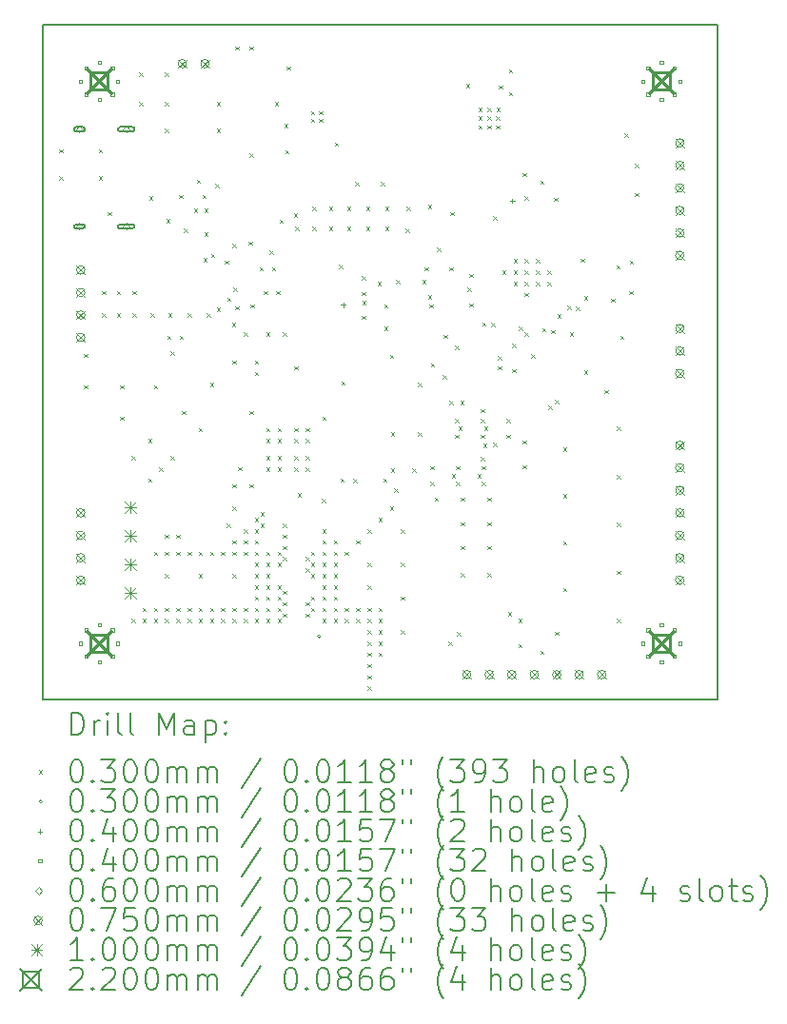
<source format=gbr>
%FSLAX45Y45*%
G04 Gerber Fmt 4.5, Leading zero omitted, Abs format (unit mm)*
G04 Created by KiCad (PCBNEW (6.0.5)) date 2022-08-26 20:13:26*
%MOMM*%
%LPD*%
G01*
G04 APERTURE LIST*
%TA.AperFunction,Profile*%
%ADD10C,0.127000*%
%TD*%
%ADD11C,0.200000*%
%ADD12C,0.030000*%
%ADD13C,0.040000*%
%ADD14C,0.060000*%
%ADD15C,0.075000*%
%ADD16C,0.100000*%
%ADD17C,0.220000*%
G04 APERTURE END LIST*
D10*
X5000000Y-5000000D02*
X11000000Y-5000000D01*
X11000000Y-5000000D02*
X11000000Y-11000000D01*
X11000000Y-11000000D02*
X5000000Y-11000000D01*
X5000000Y-11000000D02*
X5000000Y-5000000D01*
D11*
D12*
X5145000Y-6105000D02*
X5175000Y-6135000D01*
X5175000Y-6105000D02*
X5145000Y-6135000D01*
X5145000Y-6345000D02*
X5175000Y-6375000D01*
X5175000Y-6345000D02*
X5145000Y-6375000D01*
X5365000Y-7925000D02*
X5395000Y-7955000D01*
X5395000Y-7925000D02*
X5365000Y-7955000D01*
X5365000Y-8205000D02*
X5395000Y-8235000D01*
X5395000Y-8205000D02*
X5365000Y-8235000D01*
X5495000Y-6105000D02*
X5525000Y-6135000D01*
X5525000Y-6105000D02*
X5495000Y-6135000D01*
X5495000Y-6345000D02*
X5525000Y-6375000D01*
X5525000Y-6345000D02*
X5495000Y-6375000D01*
X5525000Y-7365000D02*
X5555000Y-7395000D01*
X5555000Y-7365000D02*
X5525000Y-7395000D01*
X5525000Y-7565000D02*
X5555000Y-7595000D01*
X5555000Y-7565000D02*
X5525000Y-7595000D01*
X5575000Y-6665000D02*
X5605000Y-6695000D01*
X5605000Y-6665000D02*
X5575000Y-6695000D01*
X5655000Y-7365000D02*
X5685000Y-7395000D01*
X5685000Y-7365000D02*
X5655000Y-7395000D01*
X5655000Y-7565000D02*
X5685000Y-7595000D01*
X5685000Y-7565000D02*
X5655000Y-7595000D01*
X5685000Y-8205000D02*
X5715000Y-8235000D01*
X5715000Y-8205000D02*
X5685000Y-8235000D01*
X5685000Y-8485000D02*
X5715000Y-8515000D01*
X5715000Y-8485000D02*
X5685000Y-8515000D01*
X5785000Y-8835000D02*
X5815000Y-8865000D01*
X5815000Y-8835000D02*
X5785000Y-8865000D01*
X5785000Y-10285000D02*
X5815000Y-10315000D01*
X5815000Y-10285000D02*
X5785000Y-10315000D01*
X5795000Y-7365000D02*
X5825000Y-7395000D01*
X5825000Y-7365000D02*
X5795000Y-7395000D01*
X5795000Y-7565000D02*
X5825000Y-7595000D01*
X5825000Y-7565000D02*
X5795000Y-7595000D01*
X5855000Y-5425000D02*
X5885000Y-5455000D01*
X5885000Y-5425000D02*
X5855000Y-5455000D01*
X5855000Y-5685000D02*
X5885000Y-5715000D01*
X5885000Y-5685000D02*
X5855000Y-5715000D01*
X5885000Y-10185000D02*
X5915000Y-10215000D01*
X5915000Y-10185000D02*
X5885000Y-10215000D01*
X5885000Y-10285000D02*
X5915000Y-10315000D01*
X5915000Y-10285000D02*
X5885000Y-10315000D01*
X5935000Y-8685000D02*
X5965000Y-8715000D01*
X5965000Y-8685000D02*
X5935000Y-8715000D01*
X5935000Y-9035000D02*
X5965000Y-9065000D01*
X5965000Y-9035000D02*
X5935000Y-9065000D01*
X5945000Y-6525000D02*
X5975000Y-6555000D01*
X5975000Y-6525000D02*
X5945000Y-6555000D01*
X5955000Y-7565000D02*
X5985000Y-7595000D01*
X5985000Y-7565000D02*
X5955000Y-7595000D01*
X5985000Y-8205000D02*
X6015000Y-8235000D01*
X6015000Y-8205000D02*
X5985000Y-8235000D01*
X5985000Y-9685000D02*
X6015000Y-9715000D01*
X6015000Y-9685000D02*
X5985000Y-9715000D01*
X5985000Y-10185000D02*
X6015000Y-10215000D01*
X6015000Y-10185000D02*
X5985000Y-10215000D01*
X5985000Y-10285000D02*
X6015000Y-10315000D01*
X6015000Y-10285000D02*
X5985000Y-10315000D01*
X6035000Y-8935000D02*
X6065000Y-8965000D01*
X6065000Y-8935000D02*
X6035000Y-8965000D01*
X6085000Y-5425000D02*
X6115000Y-5455000D01*
X6115000Y-5425000D02*
X6085000Y-5455000D01*
X6085000Y-5685000D02*
X6115000Y-5715000D01*
X6115000Y-5685000D02*
X6085000Y-5715000D01*
X6085000Y-5925000D02*
X6115000Y-5955000D01*
X6115000Y-5925000D02*
X6085000Y-5955000D01*
X6085000Y-9535000D02*
X6115000Y-9565000D01*
X6115000Y-9535000D02*
X6085000Y-9565000D01*
X6085000Y-9685000D02*
X6115000Y-9715000D01*
X6115000Y-9685000D02*
X6085000Y-9715000D01*
X6085000Y-9885000D02*
X6115000Y-9915000D01*
X6115000Y-9885000D02*
X6085000Y-9915000D01*
X6085000Y-10185000D02*
X6115000Y-10215000D01*
X6115000Y-10185000D02*
X6085000Y-10215000D01*
X6085000Y-10285000D02*
X6115000Y-10315000D01*
X6115000Y-10285000D02*
X6085000Y-10315000D01*
X6095000Y-6725000D02*
X6125000Y-6755000D01*
X6125000Y-6725000D02*
X6095000Y-6755000D01*
X6105000Y-7765000D02*
X6135000Y-7795000D01*
X6135000Y-7765000D02*
X6105000Y-7795000D01*
X6115000Y-7565000D02*
X6145000Y-7595000D01*
X6145000Y-7565000D02*
X6115000Y-7595000D01*
X6135000Y-7905000D02*
X6165000Y-7935000D01*
X6165000Y-7905000D02*
X6135000Y-7935000D01*
X6135000Y-8835000D02*
X6165000Y-8865000D01*
X6165000Y-8835000D02*
X6135000Y-8865000D01*
X6185000Y-9535000D02*
X6215000Y-9565000D01*
X6215000Y-9535000D02*
X6185000Y-9565000D01*
X6185000Y-9685000D02*
X6215000Y-9715000D01*
X6215000Y-9685000D02*
X6185000Y-9715000D01*
X6185000Y-10185000D02*
X6215000Y-10215000D01*
X6215000Y-10185000D02*
X6185000Y-10215000D01*
X6185000Y-10285000D02*
X6215000Y-10315000D01*
X6215000Y-10285000D02*
X6185000Y-10315000D01*
X6211100Y-6511630D02*
X6241100Y-6541630D01*
X6241100Y-6511630D02*
X6211100Y-6541630D01*
X6215000Y-7765000D02*
X6245000Y-7795000D01*
X6245000Y-7765000D02*
X6215000Y-7795000D01*
X6235000Y-8435000D02*
X6265000Y-8465000D01*
X6265000Y-8435000D02*
X6235000Y-8465000D01*
X6255000Y-6810302D02*
X6285000Y-6840302D01*
X6285000Y-6810302D02*
X6255000Y-6840302D01*
X6285000Y-7565000D02*
X6315000Y-7595000D01*
X6315000Y-7565000D02*
X6285000Y-7595000D01*
X6285000Y-9685000D02*
X6315000Y-9715000D01*
X6315000Y-9685000D02*
X6285000Y-9715000D01*
X6285000Y-10185000D02*
X6315000Y-10215000D01*
X6315000Y-10185000D02*
X6285000Y-10215000D01*
X6285000Y-10285000D02*
X6315000Y-10315000D01*
X6315000Y-10285000D02*
X6285000Y-10315000D01*
X6342350Y-6635000D02*
X6372350Y-6665000D01*
X6372350Y-6635000D02*
X6342350Y-6665000D01*
X6366840Y-6374750D02*
X6396840Y-6404750D01*
X6396840Y-6374750D02*
X6366840Y-6404750D01*
X6385000Y-8585000D02*
X6415000Y-8615000D01*
X6415000Y-8585000D02*
X6385000Y-8615000D01*
X6385000Y-9685000D02*
X6415000Y-9715000D01*
X6415000Y-9685000D02*
X6385000Y-9715000D01*
X6385000Y-9885000D02*
X6415000Y-9915000D01*
X6415000Y-9885000D02*
X6385000Y-9915000D01*
X6385000Y-10185000D02*
X6415000Y-10215000D01*
X6415000Y-10185000D02*
X6385000Y-10215000D01*
X6385000Y-10285000D02*
X6415000Y-10315000D01*
X6415000Y-10285000D02*
X6385000Y-10315000D01*
X6416500Y-6511500D02*
X6446500Y-6541500D01*
X6446500Y-6511500D02*
X6416500Y-6541500D01*
X6425000Y-7075000D02*
X6455000Y-7105000D01*
X6455000Y-7075000D02*
X6425000Y-7105000D01*
X6435000Y-6635000D02*
X6465000Y-6665000D01*
X6465000Y-6635000D02*
X6435000Y-6665000D01*
X6435000Y-6845000D02*
X6465000Y-6875000D01*
X6465000Y-6845000D02*
X6435000Y-6875000D01*
X6455000Y-7565000D02*
X6485000Y-7595000D01*
X6485000Y-7565000D02*
X6455000Y-7595000D01*
X6485000Y-8185000D02*
X6515000Y-8215000D01*
X6515000Y-8185000D02*
X6485000Y-8215000D01*
X6485000Y-9685000D02*
X6515000Y-9715000D01*
X6515000Y-9685000D02*
X6485000Y-9715000D01*
X6485000Y-10185000D02*
X6515000Y-10215000D01*
X6515000Y-10185000D02*
X6485000Y-10215000D01*
X6485000Y-10285000D02*
X6515000Y-10315000D01*
X6515000Y-10285000D02*
X6485000Y-10315000D01*
X6495000Y-7035000D02*
X6525000Y-7065000D01*
X6525000Y-7035000D02*
X6495000Y-7065000D01*
X6531974Y-6415944D02*
X6561974Y-6445944D01*
X6561974Y-6415944D02*
X6531974Y-6445944D01*
X6545000Y-5685000D02*
X6575000Y-5715000D01*
X6575000Y-5685000D02*
X6545000Y-5715000D01*
X6545000Y-5925000D02*
X6575000Y-5955000D01*
X6575000Y-5925000D02*
X6545000Y-5955000D01*
X6545000Y-7515000D02*
X6575000Y-7545000D01*
X6575000Y-7515000D02*
X6545000Y-7545000D01*
X6585000Y-9685000D02*
X6615000Y-9715000D01*
X6615000Y-9685000D02*
X6585000Y-9715000D01*
X6585000Y-10185000D02*
X6615000Y-10215000D01*
X6615000Y-10185000D02*
X6585000Y-10215000D01*
X6585000Y-10285000D02*
X6615000Y-10315000D01*
X6615000Y-10285000D02*
X6585000Y-10315000D01*
X6615000Y-7095000D02*
X6645000Y-7125000D01*
X6645000Y-7095000D02*
X6615000Y-7125000D01*
X6635000Y-9435000D02*
X6665000Y-9465000D01*
X6665000Y-9435000D02*
X6635000Y-9465000D01*
X6638456Y-7423997D02*
X6668456Y-7453997D01*
X6668456Y-7423997D02*
X6638456Y-7453997D01*
X6680000Y-7650000D02*
X6710000Y-7680000D01*
X6710000Y-7650000D02*
X6680000Y-7680000D01*
X6685000Y-6945000D02*
X6715000Y-6975000D01*
X6715000Y-6945000D02*
X6685000Y-6975000D01*
X6685000Y-7985000D02*
X6715000Y-8015000D01*
X6715000Y-7985000D02*
X6685000Y-8015000D01*
X6685000Y-9085000D02*
X6715000Y-9115000D01*
X6715000Y-9085000D02*
X6685000Y-9115000D01*
X6685000Y-9285000D02*
X6715000Y-9315000D01*
X6715000Y-9285000D02*
X6685000Y-9315000D01*
X6685000Y-9585000D02*
X6715000Y-9615000D01*
X6715000Y-9585000D02*
X6685000Y-9615000D01*
X6685000Y-9685000D02*
X6715000Y-9715000D01*
X6715000Y-9685000D02*
X6685000Y-9715000D01*
X6685000Y-9885000D02*
X6715000Y-9915000D01*
X6715000Y-9885000D02*
X6685000Y-9915000D01*
X6685000Y-10185000D02*
X6715000Y-10215000D01*
X6715000Y-10185000D02*
X6685000Y-10215000D01*
X6685000Y-10285000D02*
X6715000Y-10315000D01*
X6715000Y-10285000D02*
X6685000Y-10315000D01*
X6695000Y-7335000D02*
X6725000Y-7365000D01*
X6725000Y-7335000D02*
X6695000Y-7365000D01*
X6710000Y-5190000D02*
X6740000Y-5220000D01*
X6740000Y-5190000D02*
X6710000Y-5220000D01*
X6710685Y-7500685D02*
X6740685Y-7530685D01*
X6740685Y-7500685D02*
X6710685Y-7530685D01*
X6735000Y-8932350D02*
X6765000Y-8962350D01*
X6765000Y-8932350D02*
X6735000Y-8962350D01*
X6785000Y-7735000D02*
X6815000Y-7765000D01*
X6815000Y-7735000D02*
X6785000Y-7765000D01*
X6785000Y-9485000D02*
X6815000Y-9515000D01*
X6815000Y-9485000D02*
X6785000Y-9515000D01*
X6785000Y-9585000D02*
X6815000Y-9615000D01*
X6815000Y-9585000D02*
X6785000Y-9615000D01*
X6785000Y-9685000D02*
X6815000Y-9715000D01*
X6815000Y-9685000D02*
X6785000Y-9715000D01*
X6785000Y-10185000D02*
X6815000Y-10215000D01*
X6815000Y-10185000D02*
X6785000Y-10215000D01*
X6785000Y-10285000D02*
X6815000Y-10315000D01*
X6815000Y-10285000D02*
X6785000Y-10315000D01*
X6829153Y-6924581D02*
X6859153Y-6954581D01*
X6859153Y-6924581D02*
X6829153Y-6954581D01*
X6835000Y-5190000D02*
X6865000Y-5220000D01*
X6865000Y-5190000D02*
X6835000Y-5220000D01*
X6835000Y-6145000D02*
X6865000Y-6175000D01*
X6865000Y-6145000D02*
X6835000Y-6175000D01*
X6835000Y-8435000D02*
X6865000Y-8465000D01*
X6865000Y-8435000D02*
X6835000Y-8465000D01*
X6835000Y-9085000D02*
X6865000Y-9115000D01*
X6865000Y-9085000D02*
X6835000Y-9115000D01*
X6845000Y-7485000D02*
X6875000Y-7515000D01*
X6875000Y-7485000D02*
X6845000Y-7515000D01*
X6885000Y-7985000D02*
X6915000Y-8015000D01*
X6915000Y-7985000D02*
X6885000Y-8015000D01*
X6885000Y-8085000D02*
X6915000Y-8115000D01*
X6915000Y-8085000D02*
X6885000Y-8115000D01*
X6885000Y-9385000D02*
X6915000Y-9415000D01*
X6915000Y-9385000D02*
X6885000Y-9415000D01*
X6885000Y-9485000D02*
X6915000Y-9515000D01*
X6915000Y-9485000D02*
X6885000Y-9515000D01*
X6885000Y-9585000D02*
X6915000Y-9615000D01*
X6915000Y-9585000D02*
X6885000Y-9615000D01*
X6885000Y-9685000D02*
X6915000Y-9715000D01*
X6915000Y-9685000D02*
X6885000Y-9715000D01*
X6885000Y-9785000D02*
X6915000Y-9815000D01*
X6915000Y-9785000D02*
X6885000Y-9815000D01*
X6885000Y-9885000D02*
X6915000Y-9915000D01*
X6915000Y-9885000D02*
X6885000Y-9915000D01*
X6885000Y-9985000D02*
X6915000Y-10015000D01*
X6915000Y-9985000D02*
X6885000Y-10015000D01*
X6885000Y-10085000D02*
X6915000Y-10115000D01*
X6915000Y-10085000D02*
X6885000Y-10115000D01*
X6885000Y-10185000D02*
X6915000Y-10215000D01*
X6915000Y-10185000D02*
X6885000Y-10215000D01*
X6885000Y-10285000D02*
X6915000Y-10315000D01*
X6915000Y-10285000D02*
X6885000Y-10315000D01*
X6925000Y-7155000D02*
X6955000Y-7185000D01*
X6955000Y-7155000D02*
X6925000Y-7185000D01*
X6935000Y-9335000D02*
X6965000Y-9365000D01*
X6965000Y-9335000D02*
X6935000Y-9365000D01*
X6935000Y-9435000D02*
X6965000Y-9465000D01*
X6965000Y-9435000D02*
X6935000Y-9465000D01*
X6965000Y-7365000D02*
X6995000Y-7395000D01*
X6995000Y-7365000D02*
X6965000Y-7395000D01*
X6985000Y-7735000D02*
X7015000Y-7765000D01*
X7015000Y-7735000D02*
X6985000Y-7765000D01*
X6985000Y-8585000D02*
X7015000Y-8615000D01*
X7015000Y-8585000D02*
X6985000Y-8615000D01*
X6985000Y-8685000D02*
X7015000Y-8715000D01*
X7015000Y-8685000D02*
X6985000Y-8715000D01*
X6985000Y-8835000D02*
X7015000Y-8865000D01*
X7015000Y-8835000D02*
X6985000Y-8865000D01*
X6985000Y-8935000D02*
X7015000Y-8965000D01*
X7015000Y-8935000D02*
X6985000Y-8965000D01*
X6985000Y-9685000D02*
X7015000Y-9715000D01*
X7015000Y-9685000D02*
X6985000Y-9715000D01*
X6985000Y-9785000D02*
X7015000Y-9815000D01*
X7015000Y-9785000D02*
X6985000Y-9815000D01*
X6985000Y-9885000D02*
X7015000Y-9915000D01*
X7015000Y-9885000D02*
X6985000Y-9915000D01*
X6985000Y-9985000D02*
X7015000Y-10015000D01*
X7015000Y-9985000D02*
X6985000Y-10015000D01*
X6985000Y-10085000D02*
X7015000Y-10115000D01*
X7015000Y-10085000D02*
X6985000Y-10115000D01*
X6985000Y-10185000D02*
X7015000Y-10215000D01*
X7015000Y-10185000D02*
X6985000Y-10215000D01*
X6985000Y-10285000D02*
X7015000Y-10315000D01*
X7015000Y-10285000D02*
X6985000Y-10315000D01*
X7015000Y-7005000D02*
X7045000Y-7035000D01*
X7045000Y-7005000D02*
X7015000Y-7035000D01*
X7035000Y-7155000D02*
X7065000Y-7185000D01*
X7065000Y-7155000D02*
X7035000Y-7185000D01*
X7060000Y-5685000D02*
X7090000Y-5715000D01*
X7090000Y-5685000D02*
X7060000Y-5715000D01*
X7075000Y-7365000D02*
X7105000Y-7395000D01*
X7105000Y-7365000D02*
X7075000Y-7395000D01*
X7085000Y-8585000D02*
X7115000Y-8615000D01*
X7115000Y-8585000D02*
X7085000Y-8615000D01*
X7085000Y-8685000D02*
X7115000Y-8715000D01*
X7115000Y-8685000D02*
X7085000Y-8715000D01*
X7085000Y-8835000D02*
X7115000Y-8865000D01*
X7115000Y-8835000D02*
X7085000Y-8865000D01*
X7085000Y-8935000D02*
X7115000Y-8965000D01*
X7115000Y-8935000D02*
X7085000Y-8965000D01*
X7085000Y-9685000D02*
X7115000Y-9715000D01*
X7115000Y-9685000D02*
X7085000Y-9715000D01*
X7085000Y-9785000D02*
X7115000Y-9815000D01*
X7115000Y-9785000D02*
X7085000Y-9815000D01*
X7085000Y-9985000D02*
X7115000Y-10015000D01*
X7115000Y-9985000D02*
X7085000Y-10015000D01*
X7085000Y-10085000D02*
X7115000Y-10115000D01*
X7115000Y-10085000D02*
X7085000Y-10115000D01*
X7085000Y-10185000D02*
X7115000Y-10215000D01*
X7115000Y-10185000D02*
X7085000Y-10215000D01*
X7085000Y-10285000D02*
X7115000Y-10315000D01*
X7115000Y-10285000D02*
X7085000Y-10315000D01*
X7102501Y-6732501D02*
X7132501Y-6762501D01*
X7132501Y-6732501D02*
X7102501Y-6762501D01*
X7135000Y-7735000D02*
X7165000Y-7765000D01*
X7165000Y-7735000D02*
X7135000Y-7765000D01*
X7135000Y-9435000D02*
X7165000Y-9465000D01*
X7165000Y-9435000D02*
X7135000Y-9465000D01*
X7135000Y-9535000D02*
X7165000Y-9565000D01*
X7165000Y-9535000D02*
X7135000Y-9565000D01*
X7135000Y-9635000D02*
X7165000Y-9665000D01*
X7165000Y-9635000D02*
X7135000Y-9665000D01*
X7135000Y-9735000D02*
X7165000Y-9765000D01*
X7165000Y-9735000D02*
X7135000Y-9765000D01*
X7135000Y-10035000D02*
X7165000Y-10065000D01*
X7165000Y-10035000D02*
X7135000Y-10065000D01*
X7135000Y-10135000D02*
X7165000Y-10165000D01*
X7165000Y-10135000D02*
X7135000Y-10165000D01*
X7135000Y-10235000D02*
X7165000Y-10265000D01*
X7165000Y-10235000D02*
X7135000Y-10265000D01*
X7147502Y-5880083D02*
X7177502Y-5910083D01*
X7177502Y-5880083D02*
X7147502Y-5910083D01*
X7155000Y-6115000D02*
X7185000Y-6145000D01*
X7185000Y-6115000D02*
X7155000Y-6145000D01*
X7165000Y-5370000D02*
X7195000Y-5400000D01*
X7195000Y-5370000D02*
X7165000Y-5400000D01*
X7230000Y-6675050D02*
X7260000Y-6705050D01*
X7260000Y-6675050D02*
X7230000Y-6705050D01*
X7235000Y-8035000D02*
X7265000Y-8065000D01*
X7265000Y-8035000D02*
X7235000Y-8065000D01*
X7235000Y-8585000D02*
X7265000Y-8615000D01*
X7265000Y-8585000D02*
X7235000Y-8615000D01*
X7235000Y-8685000D02*
X7265000Y-8715000D01*
X7265000Y-8685000D02*
X7235000Y-8715000D01*
X7235000Y-8835000D02*
X7265000Y-8865000D01*
X7265000Y-8835000D02*
X7235000Y-8865000D01*
X7235000Y-8935000D02*
X7265000Y-8965000D01*
X7265000Y-8935000D02*
X7235000Y-8965000D01*
X7245000Y-6795000D02*
X7275000Y-6825000D01*
X7275000Y-6795000D02*
X7245000Y-6825000D01*
X7265000Y-9165000D02*
X7295000Y-9195000D01*
X7295000Y-9165000D02*
X7265000Y-9195000D01*
X7335000Y-8585000D02*
X7365000Y-8615000D01*
X7365000Y-8585000D02*
X7335000Y-8615000D01*
X7335000Y-8685000D02*
X7365000Y-8715000D01*
X7365000Y-8685000D02*
X7335000Y-8715000D01*
X7335000Y-8835000D02*
X7365000Y-8865000D01*
X7365000Y-8835000D02*
X7335000Y-8865000D01*
X7335000Y-8935000D02*
X7365000Y-8965000D01*
X7365000Y-8935000D02*
X7335000Y-8965000D01*
X7335000Y-9735000D02*
X7365000Y-9765000D01*
X7365000Y-9735000D02*
X7335000Y-9765000D01*
X7335000Y-9835000D02*
X7365000Y-9865000D01*
X7365000Y-9835000D02*
X7335000Y-9865000D01*
X7335000Y-10135000D02*
X7365000Y-10165000D01*
X7365000Y-10135000D02*
X7335000Y-10165000D01*
X7335000Y-10235000D02*
X7365000Y-10265000D01*
X7365000Y-10235000D02*
X7335000Y-10265000D01*
X7385000Y-5765000D02*
X7415000Y-5795000D01*
X7415000Y-5765000D02*
X7385000Y-5795000D01*
X7385000Y-5835000D02*
X7415000Y-5865000D01*
X7415000Y-5835000D02*
X7385000Y-5865000D01*
X7385000Y-9685000D02*
X7415000Y-9715000D01*
X7415000Y-9685000D02*
X7385000Y-9715000D01*
X7385000Y-9785000D02*
X7415000Y-9815000D01*
X7415000Y-9785000D02*
X7385000Y-9815000D01*
X7385000Y-9885000D02*
X7415000Y-9915000D01*
X7415000Y-9885000D02*
X7385000Y-9915000D01*
X7385000Y-10085000D02*
X7415000Y-10115000D01*
X7415000Y-10085000D02*
X7385000Y-10115000D01*
X7385000Y-10185000D02*
X7415000Y-10215000D01*
X7415000Y-10185000D02*
X7385000Y-10215000D01*
X7395000Y-6615000D02*
X7425000Y-6645000D01*
X7425000Y-6615000D02*
X7395000Y-6645000D01*
X7395000Y-6795000D02*
X7425000Y-6825000D01*
X7425000Y-6795000D02*
X7395000Y-6825000D01*
X7455000Y-5765000D02*
X7485000Y-5795000D01*
X7485000Y-5765000D02*
X7455000Y-5795000D01*
X7455000Y-5835000D02*
X7485000Y-5865000D01*
X7485000Y-5835000D02*
X7455000Y-5865000D01*
X7480000Y-9215000D02*
X7510000Y-9245000D01*
X7510000Y-9215000D02*
X7480000Y-9245000D01*
X7485000Y-8485000D02*
X7515000Y-8515000D01*
X7515000Y-8485000D02*
X7485000Y-8515000D01*
X7485000Y-9485000D02*
X7515000Y-9515000D01*
X7515000Y-9485000D02*
X7485000Y-9515000D01*
X7485000Y-9585000D02*
X7515000Y-9615000D01*
X7515000Y-9585000D02*
X7485000Y-9615000D01*
X7485000Y-9685000D02*
X7515000Y-9715000D01*
X7515000Y-9685000D02*
X7485000Y-9715000D01*
X7485000Y-9785000D02*
X7515000Y-9815000D01*
X7515000Y-9785000D02*
X7485000Y-9815000D01*
X7485000Y-9885000D02*
X7515000Y-9915000D01*
X7515000Y-9885000D02*
X7485000Y-9915000D01*
X7485000Y-9985000D02*
X7515000Y-10015000D01*
X7515000Y-9985000D02*
X7485000Y-10015000D01*
X7485000Y-10085000D02*
X7515000Y-10115000D01*
X7515000Y-10085000D02*
X7485000Y-10115000D01*
X7485000Y-10185000D02*
X7515000Y-10215000D01*
X7515000Y-10185000D02*
X7485000Y-10215000D01*
X7485000Y-10285000D02*
X7515000Y-10315000D01*
X7515000Y-10285000D02*
X7485000Y-10315000D01*
X7545000Y-6615000D02*
X7575000Y-6645000D01*
X7575000Y-6615000D02*
X7545000Y-6645000D01*
X7545000Y-6795000D02*
X7575000Y-6825000D01*
X7575000Y-6795000D02*
X7545000Y-6825000D01*
X7585000Y-9585000D02*
X7615000Y-9615000D01*
X7615000Y-9585000D02*
X7585000Y-9615000D01*
X7585000Y-9685000D02*
X7615000Y-9715000D01*
X7615000Y-9685000D02*
X7585000Y-9715000D01*
X7585000Y-9785000D02*
X7615000Y-9815000D01*
X7615000Y-9785000D02*
X7585000Y-9815000D01*
X7585000Y-9885000D02*
X7615000Y-9915000D01*
X7615000Y-9885000D02*
X7585000Y-9915000D01*
X7585000Y-9985000D02*
X7615000Y-10015000D01*
X7615000Y-9985000D02*
X7585000Y-10015000D01*
X7585000Y-10085000D02*
X7615000Y-10115000D01*
X7615000Y-10085000D02*
X7585000Y-10115000D01*
X7585000Y-10185000D02*
X7615000Y-10215000D01*
X7615000Y-10185000D02*
X7585000Y-10215000D01*
X7585000Y-10285000D02*
X7615000Y-10315000D01*
X7615000Y-10285000D02*
X7585000Y-10315000D01*
X7595000Y-6045000D02*
X7625000Y-6075000D01*
X7625000Y-6045000D02*
X7595000Y-6075000D01*
X7635000Y-7135000D02*
X7665000Y-7165000D01*
X7665000Y-7135000D02*
X7635000Y-7165000D01*
X7645058Y-9035139D02*
X7675058Y-9065139D01*
X7675058Y-9035139D02*
X7645058Y-9065139D01*
X7655000Y-8170000D02*
X7685000Y-8200000D01*
X7685000Y-8170000D02*
X7655000Y-8200000D01*
X7685000Y-9685000D02*
X7715000Y-9715000D01*
X7715000Y-9685000D02*
X7685000Y-9715000D01*
X7685000Y-10185000D02*
X7715000Y-10215000D01*
X7715000Y-10185000D02*
X7685000Y-10215000D01*
X7685000Y-10285000D02*
X7715000Y-10315000D01*
X7715000Y-10285000D02*
X7685000Y-10315000D01*
X7705000Y-6615000D02*
X7735000Y-6645000D01*
X7735000Y-6615000D02*
X7705000Y-6645000D01*
X7705000Y-6795000D02*
X7735000Y-6825000D01*
X7735000Y-6795000D02*
X7705000Y-6825000D01*
X7760839Y-9040150D02*
X7790839Y-9070150D01*
X7790839Y-9040150D02*
X7760839Y-9070150D01*
X7775000Y-6395000D02*
X7805000Y-6425000D01*
X7805000Y-6395000D02*
X7775000Y-6425000D01*
X7785000Y-9585000D02*
X7815000Y-9615000D01*
X7815000Y-9585000D02*
X7785000Y-9615000D01*
X7785000Y-10185000D02*
X7815000Y-10215000D01*
X7815000Y-10185000D02*
X7785000Y-10215000D01*
X7785000Y-10285000D02*
X7815000Y-10315000D01*
X7815000Y-10285000D02*
X7785000Y-10315000D01*
X7835000Y-7235000D02*
X7865000Y-7265000D01*
X7865000Y-7235000D02*
X7835000Y-7265000D01*
X7835000Y-7375000D02*
X7865000Y-7405000D01*
X7865000Y-7375000D02*
X7835000Y-7405000D01*
X7835000Y-7585000D02*
X7865000Y-7615000D01*
X7865000Y-7585000D02*
X7835000Y-7615000D01*
X7838868Y-7453326D02*
X7868868Y-7483326D01*
X7868868Y-7453326D02*
X7838868Y-7483326D01*
X7875000Y-6615000D02*
X7905000Y-6645000D01*
X7905000Y-6615000D02*
X7875000Y-6645000D01*
X7875000Y-6795000D02*
X7905000Y-6825000D01*
X7905000Y-6795000D02*
X7875000Y-6825000D01*
X7885000Y-9485000D02*
X7915000Y-9515000D01*
X7915000Y-9485000D02*
X7885000Y-9515000D01*
X7885000Y-9785000D02*
X7915000Y-9815000D01*
X7915000Y-9785000D02*
X7885000Y-9815000D01*
X7885000Y-9985000D02*
X7915000Y-10015000D01*
X7915000Y-9985000D02*
X7885000Y-10015000D01*
X7885000Y-10185000D02*
X7915000Y-10215000D01*
X7915000Y-10185000D02*
X7885000Y-10215000D01*
X7885000Y-10285000D02*
X7915000Y-10315000D01*
X7915000Y-10285000D02*
X7885000Y-10315000D01*
X7885000Y-10385000D02*
X7915000Y-10415000D01*
X7915000Y-10385000D02*
X7885000Y-10415000D01*
X7885000Y-10485000D02*
X7915000Y-10515000D01*
X7915000Y-10485000D02*
X7885000Y-10515000D01*
X7885000Y-10585000D02*
X7915000Y-10615000D01*
X7915000Y-10585000D02*
X7885000Y-10615000D01*
X7885000Y-10685000D02*
X7915000Y-10715000D01*
X7915000Y-10685000D02*
X7885000Y-10715000D01*
X7885000Y-10785000D02*
X7915000Y-10815000D01*
X7915000Y-10785000D02*
X7885000Y-10815000D01*
X7885000Y-10885000D02*
X7915000Y-10915000D01*
X7915000Y-10885000D02*
X7885000Y-10915000D01*
X7975000Y-7285000D02*
X8005000Y-7315000D01*
X8005000Y-7285000D02*
X7975000Y-7315000D01*
X7985000Y-9385000D02*
X8015000Y-9415000D01*
X8015000Y-9385000D02*
X7985000Y-9415000D01*
X7985000Y-10185000D02*
X8015000Y-10215000D01*
X8015000Y-10185000D02*
X7985000Y-10215000D01*
X7985000Y-10285000D02*
X8015000Y-10315000D01*
X8015000Y-10285000D02*
X7985000Y-10315000D01*
X7985000Y-10385000D02*
X8015000Y-10415000D01*
X8015000Y-10385000D02*
X7985000Y-10415000D01*
X7985000Y-10485000D02*
X8015000Y-10515000D01*
X8015000Y-10485000D02*
X7985000Y-10515000D01*
X7985000Y-10585000D02*
X8015000Y-10615000D01*
X8015000Y-10585000D02*
X7985000Y-10615000D01*
X8005000Y-6395000D02*
X8035000Y-6425000D01*
X8035000Y-6395000D02*
X8005000Y-6425000D01*
X8025000Y-9035000D02*
X8055000Y-9065000D01*
X8055000Y-9035000D02*
X8025000Y-9065000D01*
X8035000Y-7485000D02*
X8065000Y-7515000D01*
X8065000Y-7485000D02*
X8035000Y-7515000D01*
X8035000Y-7685000D02*
X8065000Y-7715000D01*
X8065000Y-7685000D02*
X8035000Y-7715000D01*
X8045000Y-6615000D02*
X8075000Y-6645000D01*
X8075000Y-6615000D02*
X8045000Y-6645000D01*
X8045000Y-6795000D02*
X8075000Y-6825000D01*
X8075000Y-6795000D02*
X8045000Y-6825000D01*
X8085000Y-7935000D02*
X8115000Y-7965000D01*
X8115000Y-7935000D02*
X8085000Y-7965000D01*
X8085000Y-9285000D02*
X8115000Y-9315000D01*
X8115000Y-9285000D02*
X8085000Y-9315000D01*
X8095000Y-8625000D02*
X8125000Y-8655000D01*
X8125000Y-8625000D02*
X8095000Y-8655000D01*
X8095000Y-8945000D02*
X8125000Y-8975000D01*
X8125000Y-8945000D02*
X8095000Y-8975000D01*
X8125000Y-9125000D02*
X8155000Y-9155000D01*
X8155000Y-9125000D02*
X8125000Y-9155000D01*
X8139698Y-7270000D02*
X8169698Y-7300000D01*
X8169698Y-7270000D02*
X8139698Y-7300000D01*
X8185000Y-9485000D02*
X8215000Y-9515000D01*
X8215000Y-9485000D02*
X8185000Y-9515000D01*
X8185000Y-9785000D02*
X8215000Y-9815000D01*
X8215000Y-9785000D02*
X8185000Y-9815000D01*
X8185000Y-10085000D02*
X8215000Y-10115000D01*
X8215000Y-10085000D02*
X8185000Y-10115000D01*
X8185000Y-10385000D02*
X8215000Y-10415000D01*
X8215000Y-10385000D02*
X8185000Y-10415000D01*
X8225000Y-6810302D02*
X8255000Y-6840302D01*
X8255000Y-6810302D02*
X8225000Y-6840302D01*
X8235000Y-6615000D02*
X8265000Y-6645000D01*
X8265000Y-6615000D02*
X8235000Y-6645000D01*
X8285000Y-8945000D02*
X8315000Y-8975000D01*
X8315000Y-8945000D02*
X8285000Y-8975000D01*
X8335000Y-8185000D02*
X8365000Y-8215000D01*
X8365000Y-8185000D02*
X8335000Y-8215000D01*
X8335000Y-8625000D02*
X8365000Y-8655000D01*
X8365000Y-8625000D02*
X8335000Y-8655000D01*
X8375606Y-7270000D02*
X8405606Y-7300000D01*
X8405606Y-7270000D02*
X8375606Y-7300000D01*
X8395000Y-7155000D02*
X8425000Y-7185000D01*
X8425000Y-7155000D02*
X8395000Y-7185000D01*
X8425000Y-6600000D02*
X8455000Y-6630000D01*
X8455000Y-6600000D02*
X8425000Y-6630000D01*
X8425000Y-7405000D02*
X8455000Y-7435000D01*
X8455000Y-7405000D02*
X8425000Y-7435000D01*
X8435000Y-7485000D02*
X8465000Y-7515000D01*
X8465000Y-7485000D02*
X8435000Y-7515000D01*
X8445000Y-8925000D02*
X8475000Y-8955000D01*
X8475000Y-8925000D02*
X8445000Y-8955000D01*
X8445000Y-9065000D02*
X8475000Y-9095000D01*
X8475000Y-9065000D02*
X8445000Y-9095000D01*
X8449092Y-8008258D02*
X8479092Y-8038258D01*
X8479092Y-8008258D02*
X8449092Y-8038258D01*
X8485000Y-9205000D02*
X8515000Y-9235000D01*
X8515000Y-9205000D02*
X8485000Y-9235000D01*
X8505000Y-6980000D02*
X8535000Y-7010000D01*
X8535000Y-6980000D02*
X8505000Y-7010000D01*
X8557650Y-8115000D02*
X8587650Y-8145000D01*
X8587650Y-8115000D02*
X8557650Y-8145000D01*
X8565000Y-7755000D02*
X8595000Y-7785000D01*
X8595000Y-7755000D02*
X8565000Y-7785000D01*
X8605271Y-10484729D02*
X8635271Y-10514729D01*
X8635271Y-10484729D02*
X8605271Y-10514729D01*
X8615000Y-7155000D02*
X8645000Y-7185000D01*
X8645000Y-7155000D02*
X8615000Y-7185000D01*
X8615000Y-8345000D02*
X8645000Y-8375000D01*
X8645000Y-8345000D02*
X8615000Y-8375000D01*
X8625000Y-6665000D02*
X8655000Y-6695000D01*
X8655000Y-6665000D02*
X8625000Y-6695000D01*
X8635000Y-8995000D02*
X8665000Y-9025000D01*
X8665000Y-8995000D02*
X8635000Y-9025000D01*
X8665000Y-7855000D02*
X8695000Y-7885000D01*
X8695000Y-7855000D02*
X8665000Y-7885000D01*
X8665000Y-8505000D02*
X8695000Y-8535000D01*
X8695000Y-8505000D02*
X8665000Y-8535000D01*
X8665000Y-8645000D02*
X8695000Y-8675000D01*
X8695000Y-8645000D02*
X8665000Y-8675000D01*
X8675000Y-8925000D02*
X8705000Y-8955000D01*
X8705000Y-8925000D02*
X8675000Y-8955000D01*
X8675000Y-9065000D02*
X8705000Y-9095000D01*
X8705000Y-9065000D02*
X8675000Y-9095000D01*
X8682229Y-10402350D02*
X8712229Y-10432350D01*
X8712229Y-10402350D02*
X8682229Y-10432350D01*
X8695000Y-8575000D02*
X8725000Y-8605000D01*
X8725000Y-8575000D02*
X8695000Y-8605000D01*
X8714297Y-8344516D02*
X8744297Y-8374516D01*
X8744297Y-8344516D02*
X8714297Y-8374516D01*
X8715000Y-9205000D02*
X8745000Y-9235000D01*
X8745000Y-9205000D02*
X8715000Y-9235000D01*
X8715000Y-9425000D02*
X8745000Y-9455000D01*
X8745000Y-9425000D02*
X8715000Y-9455000D01*
X8715000Y-9635000D02*
X8745000Y-9665000D01*
X8745000Y-9635000D02*
X8715000Y-9665000D01*
X8715000Y-9875000D02*
X8745000Y-9905000D01*
X8745000Y-9875000D02*
X8715000Y-9905000D01*
X8765000Y-5525000D02*
X8795000Y-5555000D01*
X8795000Y-5525000D02*
X8765000Y-5555000D01*
X8775000Y-7335000D02*
X8805000Y-7365000D01*
X8805000Y-7335000D02*
X8775000Y-7365000D01*
X8795000Y-7215000D02*
X8825000Y-7245000D01*
X8825000Y-7215000D02*
X8795000Y-7245000D01*
X8795000Y-7475000D02*
X8825000Y-7505000D01*
X8825000Y-7475000D02*
X8795000Y-7505000D01*
X8865000Y-8995000D02*
X8895000Y-9025000D01*
X8895000Y-8995000D02*
X8865000Y-9025000D01*
X8875000Y-5735000D02*
X8905000Y-5765000D01*
X8905000Y-5735000D02*
X8875000Y-5765000D01*
X8875000Y-5815000D02*
X8905000Y-5845000D01*
X8905000Y-5815000D02*
X8875000Y-5845000D01*
X8875000Y-5895000D02*
X8905000Y-5925000D01*
X8905000Y-5895000D02*
X8875000Y-5925000D01*
X8895000Y-8415000D02*
X8925000Y-8445000D01*
X8925000Y-8415000D02*
X8895000Y-8445000D01*
X8895000Y-8505000D02*
X8925000Y-8535000D01*
X8925000Y-8505000D02*
X8895000Y-8535000D01*
X8895000Y-8645000D02*
X8925000Y-8675000D01*
X8925000Y-8645000D02*
X8895000Y-8675000D01*
X8895000Y-8845000D02*
X8925000Y-8875000D01*
X8925000Y-8845000D02*
X8895000Y-8875000D01*
X8905000Y-8925000D02*
X8935000Y-8955000D01*
X8935000Y-8925000D02*
X8905000Y-8955000D01*
X8905000Y-9065000D02*
X8935000Y-9095000D01*
X8935000Y-9065000D02*
X8905000Y-9095000D01*
X8906267Y-7646267D02*
X8936267Y-7676267D01*
X8936267Y-7646267D02*
X8906267Y-7676267D01*
X8915000Y-8725000D02*
X8945000Y-8755000D01*
X8945000Y-8725000D02*
X8915000Y-8755000D01*
X8925000Y-8575000D02*
X8955000Y-8605000D01*
X8955000Y-8575000D02*
X8925000Y-8605000D01*
X8955000Y-5735000D02*
X8985000Y-5765000D01*
X8985000Y-5735000D02*
X8955000Y-5765000D01*
X8955000Y-5815000D02*
X8985000Y-5845000D01*
X8985000Y-5815000D02*
X8955000Y-5845000D01*
X8955000Y-5895000D02*
X8985000Y-5925000D01*
X8985000Y-5895000D02*
X8955000Y-5925000D01*
X8955000Y-9205000D02*
X8985000Y-9235000D01*
X8985000Y-9205000D02*
X8955000Y-9235000D01*
X8955000Y-9425000D02*
X8985000Y-9455000D01*
X8985000Y-9425000D02*
X8955000Y-9455000D01*
X8955000Y-9635000D02*
X8985000Y-9665000D01*
X8985000Y-9635000D02*
X8955000Y-9665000D01*
X8955000Y-9875000D02*
X8985000Y-9905000D01*
X8985000Y-9875000D02*
X8955000Y-9905000D01*
X8987256Y-7651715D02*
X9017256Y-7681715D01*
X9017256Y-7651715D02*
X8987256Y-7681715D01*
X9005000Y-8715000D02*
X9035000Y-8745000D01*
X9035000Y-8715000D02*
X9005000Y-8745000D01*
X9005542Y-6700000D02*
X9035542Y-6730000D01*
X9035542Y-6700000D02*
X9005542Y-6730000D01*
X9030000Y-5815000D02*
X9060000Y-5845000D01*
X9060000Y-5815000D02*
X9030000Y-5845000D01*
X9030000Y-5895000D02*
X9060000Y-5925000D01*
X9060000Y-5895000D02*
X9030000Y-5925000D01*
X9035000Y-5735000D02*
X9065000Y-5765000D01*
X9065000Y-5735000D02*
X9035000Y-5765000D01*
X9045000Y-7945000D02*
X9075000Y-7975000D01*
X9075000Y-7945000D02*
X9045000Y-7975000D01*
X9045000Y-8035000D02*
X9075000Y-8065000D01*
X9075000Y-8035000D02*
X9045000Y-8065000D01*
X9055000Y-5538130D02*
X9085000Y-5568130D01*
X9085000Y-5538130D02*
X9055000Y-5568130D01*
X9085000Y-7185000D02*
X9115000Y-7215000D01*
X9115000Y-7185000D02*
X9085000Y-7215000D01*
X9125000Y-8505000D02*
X9155000Y-8535000D01*
X9155000Y-8505000D02*
X9125000Y-8535000D01*
X9125000Y-8645000D02*
X9155000Y-8675000D01*
X9155000Y-8645000D02*
X9125000Y-8675000D01*
X9135000Y-10222890D02*
X9165000Y-10252890D01*
X9165000Y-10222890D02*
X9135000Y-10252890D01*
X9145000Y-5595000D02*
X9175000Y-5625000D01*
X9175000Y-5595000D02*
X9145000Y-5625000D01*
X9145356Y-5393009D02*
X9175356Y-5423009D01*
X9175356Y-5393009D02*
X9145356Y-5423009D01*
X9172954Y-7837771D02*
X9202954Y-7867771D01*
X9202954Y-7837771D02*
X9172954Y-7867771D01*
X9175000Y-8062350D02*
X9205000Y-8092350D01*
X9205000Y-8062350D02*
X9175000Y-8092350D01*
X9185000Y-7085000D02*
X9215000Y-7115000D01*
X9215000Y-7085000D02*
X9185000Y-7115000D01*
X9185000Y-7185000D02*
X9215000Y-7215000D01*
X9215000Y-7185000D02*
X9185000Y-7215000D01*
X9185000Y-7285000D02*
X9215000Y-7315000D01*
X9215000Y-7285000D02*
X9185000Y-7315000D01*
X9230000Y-10285000D02*
X9260000Y-10315000D01*
X9260000Y-10285000D02*
X9230000Y-10315000D01*
X9230000Y-10507650D02*
X9260000Y-10537650D01*
X9260000Y-10507650D02*
X9230000Y-10537650D01*
X9235000Y-7685000D02*
X9265000Y-7715000D01*
X9265000Y-7685000D02*
X9235000Y-7715000D01*
X9265000Y-6315000D02*
X9295000Y-6345000D01*
X9295000Y-6315000D02*
X9265000Y-6345000D01*
X9265000Y-8695000D02*
X9295000Y-8725000D01*
X9295000Y-8695000D02*
X9265000Y-8725000D01*
X9265000Y-8915000D02*
X9295000Y-8945000D01*
X9295000Y-8915000D02*
X9265000Y-8945000D01*
X9285000Y-6525000D02*
X9315000Y-6555000D01*
X9315000Y-6525000D02*
X9285000Y-6555000D01*
X9285000Y-7085000D02*
X9315000Y-7115000D01*
X9315000Y-7085000D02*
X9285000Y-7115000D01*
X9285000Y-7185000D02*
X9315000Y-7215000D01*
X9315000Y-7185000D02*
X9285000Y-7215000D01*
X9285000Y-7285000D02*
X9315000Y-7315000D01*
X9315000Y-7285000D02*
X9285000Y-7315000D01*
X9285000Y-7385000D02*
X9315000Y-7415000D01*
X9315000Y-7385000D02*
X9285000Y-7415000D01*
X9285000Y-7735000D02*
X9315000Y-7765000D01*
X9315000Y-7735000D02*
X9285000Y-7765000D01*
X9342205Y-7927506D02*
X9372205Y-7957506D01*
X9372205Y-7927506D02*
X9342205Y-7957506D01*
X9385000Y-7085000D02*
X9415000Y-7115000D01*
X9415000Y-7085000D02*
X9385000Y-7115000D01*
X9385000Y-7185000D02*
X9415000Y-7215000D01*
X9415000Y-7185000D02*
X9385000Y-7215000D01*
X9385000Y-7285000D02*
X9415000Y-7315000D01*
X9415000Y-7285000D02*
X9385000Y-7315000D01*
X9425000Y-6385000D02*
X9455000Y-6415000D01*
X9455000Y-6385000D02*
X9425000Y-6415000D01*
X9425000Y-10565000D02*
X9455000Y-10595000D01*
X9455000Y-10565000D02*
X9425000Y-10595000D01*
X9440000Y-7695000D02*
X9470000Y-7725000D01*
X9470000Y-7695000D02*
X9440000Y-7725000D01*
X9485000Y-7185000D02*
X9515000Y-7215000D01*
X9515000Y-7185000D02*
X9485000Y-7215000D01*
X9485000Y-7285000D02*
X9515000Y-7315000D01*
X9515000Y-7285000D02*
X9485000Y-7315000D01*
X9497890Y-8387650D02*
X9527890Y-8417650D01*
X9527890Y-8387650D02*
X9497890Y-8417650D01*
X9522350Y-7712669D02*
X9552350Y-7742669D01*
X9552350Y-7712669D02*
X9522350Y-7742669D01*
X9545000Y-6535000D02*
X9575000Y-6565000D01*
X9575000Y-6535000D02*
X9545000Y-6565000D01*
X9554094Y-10399094D02*
X9584094Y-10429094D01*
X9584094Y-10399094D02*
X9554094Y-10429094D01*
X9554828Y-8335172D02*
X9584828Y-8365172D01*
X9584828Y-8335172D02*
X9554828Y-8365172D01*
X9575000Y-7575000D02*
X9605000Y-7605000D01*
X9605000Y-7575000D02*
X9575000Y-7605000D01*
X9625000Y-8758333D02*
X9655000Y-8788333D01*
X9655000Y-8758333D02*
X9625000Y-8788333D01*
X9625000Y-9175000D02*
X9655000Y-9205000D01*
X9655000Y-9175000D02*
X9625000Y-9205000D01*
X9625000Y-9591667D02*
X9655000Y-9621667D01*
X9655000Y-9591667D02*
X9625000Y-9621667D01*
X9625000Y-10008333D02*
X9655000Y-10038333D01*
X9655000Y-10008333D02*
X9625000Y-10038333D01*
X9662771Y-7497229D02*
X9692771Y-7527229D01*
X9692771Y-7497229D02*
X9662771Y-7527229D01*
X9685000Y-7735000D02*
X9715000Y-7765000D01*
X9715000Y-7735000D02*
X9685000Y-7765000D01*
X9743230Y-7506770D02*
X9773230Y-7536770D01*
X9773230Y-7506770D02*
X9743230Y-7536770D01*
X9782500Y-7077650D02*
X9812500Y-7107650D01*
X9812500Y-7077650D02*
X9782500Y-7107650D01*
X9815000Y-7415000D02*
X9845000Y-7445000D01*
X9845000Y-7415000D02*
X9815000Y-7445000D01*
X9815000Y-8075000D02*
X9845000Y-8105000D01*
X9845000Y-8075000D02*
X9815000Y-8105000D01*
X9995000Y-8245000D02*
X10025000Y-8275000D01*
X10025000Y-8245000D02*
X9995000Y-8275000D01*
X10053128Y-7433128D02*
X10083128Y-7463128D01*
X10083128Y-7433128D02*
X10053128Y-7463128D01*
X10102500Y-7137500D02*
X10132500Y-7167500D01*
X10132500Y-7137500D02*
X10102500Y-7167500D01*
X10105000Y-8575000D02*
X10135000Y-8605000D01*
X10135000Y-8575000D02*
X10105000Y-8605000D01*
X10105000Y-9002500D02*
X10135000Y-9032500D01*
X10135000Y-9002500D02*
X10105000Y-9032500D01*
X10105000Y-9430000D02*
X10135000Y-9460000D01*
X10135000Y-9430000D02*
X10105000Y-9460000D01*
X10105000Y-9857500D02*
X10135000Y-9887500D01*
X10135000Y-9857500D02*
X10105000Y-9887500D01*
X10105000Y-10285000D02*
X10135000Y-10315000D01*
X10135000Y-10285000D02*
X10105000Y-10315000D01*
X10135000Y-7765000D02*
X10165000Y-7795000D01*
X10165000Y-7765000D02*
X10135000Y-7795000D01*
X10175000Y-5965000D02*
X10205000Y-5995000D01*
X10205000Y-5965000D02*
X10175000Y-5995000D01*
X10215000Y-7365000D02*
X10245000Y-7395000D01*
X10245000Y-7365000D02*
X10215000Y-7395000D01*
X10220000Y-7095000D02*
X10250000Y-7125000D01*
X10250000Y-7095000D02*
X10220000Y-7125000D01*
X10265000Y-6235000D02*
X10295000Y-6265000D01*
X10295000Y-6235000D02*
X10265000Y-6265000D01*
X10265000Y-6495000D02*
X10295000Y-6525000D01*
X10295000Y-6495000D02*
X10265000Y-6525000D01*
X7472000Y-10440000D02*
G75*
G03*
X7472000Y-10440000I-15000J0D01*
G01*
D13*
X7670000Y-7470000D02*
X7670000Y-7510000D01*
X7650000Y-7490000D02*
X7690000Y-7490000D01*
X9175000Y-6545000D02*
X9175000Y-6585000D01*
X9155000Y-6565000D02*
X9195000Y-6565000D01*
X5349142Y-5514142D02*
X5349142Y-5485858D01*
X5320858Y-5485858D01*
X5320858Y-5514142D01*
X5349142Y-5514142D01*
X5349142Y-10514142D02*
X5349142Y-10485858D01*
X5320858Y-10485858D01*
X5320858Y-10514142D01*
X5349142Y-10514142D01*
X5397470Y-5397470D02*
X5397470Y-5369185D01*
X5369185Y-5369185D01*
X5369185Y-5397470D01*
X5397470Y-5397470D01*
X5397470Y-5630815D02*
X5397470Y-5602530D01*
X5369185Y-5602530D01*
X5369185Y-5630815D01*
X5397470Y-5630815D01*
X5397470Y-10397470D02*
X5397470Y-10369185D01*
X5369185Y-10369185D01*
X5369185Y-10397470D01*
X5397470Y-10397470D01*
X5397470Y-10630815D02*
X5397470Y-10602530D01*
X5369185Y-10602530D01*
X5369185Y-10630815D01*
X5397470Y-10630815D01*
X5514142Y-5349142D02*
X5514142Y-5320858D01*
X5485858Y-5320858D01*
X5485858Y-5349142D01*
X5514142Y-5349142D01*
X5514142Y-5679142D02*
X5514142Y-5650858D01*
X5485858Y-5650858D01*
X5485858Y-5679142D01*
X5514142Y-5679142D01*
X5514142Y-10349142D02*
X5514142Y-10320858D01*
X5485858Y-10320858D01*
X5485858Y-10349142D01*
X5514142Y-10349142D01*
X5514142Y-10679142D02*
X5514142Y-10650858D01*
X5485858Y-10650858D01*
X5485858Y-10679142D01*
X5514142Y-10679142D01*
X5630815Y-5397470D02*
X5630815Y-5369185D01*
X5602530Y-5369185D01*
X5602530Y-5397470D01*
X5630815Y-5397470D01*
X5630815Y-5630815D02*
X5630815Y-5602530D01*
X5602530Y-5602530D01*
X5602530Y-5630815D01*
X5630815Y-5630815D01*
X5630815Y-10397470D02*
X5630815Y-10369185D01*
X5602530Y-10369185D01*
X5602530Y-10397470D01*
X5630815Y-10397470D01*
X5630815Y-10630815D02*
X5630815Y-10602530D01*
X5602530Y-10602530D01*
X5602530Y-10630815D01*
X5630815Y-10630815D01*
X5679142Y-5514142D02*
X5679142Y-5485858D01*
X5650858Y-5485858D01*
X5650858Y-5514142D01*
X5679142Y-5514142D01*
X5679142Y-10514142D02*
X5679142Y-10485858D01*
X5650858Y-10485858D01*
X5650858Y-10514142D01*
X5679142Y-10514142D01*
X10349142Y-5514142D02*
X10349142Y-5485858D01*
X10320858Y-5485858D01*
X10320858Y-5514142D01*
X10349142Y-5514142D01*
X10349142Y-10514142D02*
X10349142Y-10485858D01*
X10320858Y-10485858D01*
X10320858Y-10514142D01*
X10349142Y-10514142D01*
X10397470Y-5397470D02*
X10397470Y-5369185D01*
X10369185Y-5369185D01*
X10369185Y-5397470D01*
X10397470Y-5397470D01*
X10397470Y-5630815D02*
X10397470Y-5602530D01*
X10369185Y-5602530D01*
X10369185Y-5630815D01*
X10397470Y-5630815D01*
X10397470Y-10397470D02*
X10397470Y-10369185D01*
X10369185Y-10369185D01*
X10369185Y-10397470D01*
X10397470Y-10397470D01*
X10397470Y-10630815D02*
X10397470Y-10602530D01*
X10369185Y-10602530D01*
X10369185Y-10630815D01*
X10397470Y-10630815D01*
X10514142Y-5349142D02*
X10514142Y-5320858D01*
X10485858Y-5320858D01*
X10485858Y-5349142D01*
X10514142Y-5349142D01*
X10514142Y-5679142D02*
X10514142Y-5650858D01*
X10485858Y-5650858D01*
X10485858Y-5679142D01*
X10514142Y-5679142D01*
X10514142Y-10349142D02*
X10514142Y-10320858D01*
X10485858Y-10320858D01*
X10485858Y-10349142D01*
X10514142Y-10349142D01*
X10514142Y-10679142D02*
X10514142Y-10650858D01*
X10485858Y-10650858D01*
X10485858Y-10679142D01*
X10514142Y-10679142D01*
X10630815Y-5397470D02*
X10630815Y-5369185D01*
X10602530Y-5369185D01*
X10602530Y-5397470D01*
X10630815Y-5397470D01*
X10630815Y-5630815D02*
X10630815Y-5602530D01*
X10602530Y-5602530D01*
X10602530Y-5630815D01*
X10630815Y-5630815D01*
X10630815Y-10397470D02*
X10630815Y-10369185D01*
X10602530Y-10369185D01*
X10602530Y-10397470D01*
X10630815Y-10397470D01*
X10630815Y-10630815D02*
X10630815Y-10602530D01*
X10602530Y-10602530D01*
X10602530Y-10630815D01*
X10630815Y-10630815D01*
X10679142Y-5514142D02*
X10679142Y-5485858D01*
X10650858Y-5485858D01*
X10650858Y-5514142D01*
X10679142Y-5514142D01*
X10679142Y-10514142D02*
X10679142Y-10485858D01*
X10650858Y-10485858D01*
X10650858Y-10514142D01*
X10679142Y-10514142D01*
D14*
X5322500Y-5958000D02*
X5352500Y-5928000D01*
X5322500Y-5898000D01*
X5292500Y-5928000D01*
X5322500Y-5958000D01*
D11*
X5352500Y-5908000D02*
X5292500Y-5908000D01*
X5352500Y-5948000D02*
X5292500Y-5948000D01*
X5292500Y-5908000D02*
G75*
G03*
X5292500Y-5948000I0J-20000D01*
G01*
X5352500Y-5948000D02*
G75*
G03*
X5352500Y-5908000I0J20000D01*
G01*
D14*
X5322500Y-6822000D02*
X5352500Y-6792000D01*
X5322500Y-6762000D01*
X5292500Y-6792000D01*
X5322500Y-6822000D01*
D11*
X5352500Y-6772000D02*
X5292500Y-6772000D01*
X5352500Y-6812000D02*
X5292500Y-6812000D01*
X5292500Y-6772000D02*
G75*
G03*
X5292500Y-6812000I0J-20000D01*
G01*
X5352500Y-6812000D02*
G75*
G03*
X5352500Y-6772000I0J20000D01*
G01*
D14*
X5740500Y-5958000D02*
X5770500Y-5928000D01*
X5740500Y-5898000D01*
X5710500Y-5928000D01*
X5740500Y-5958000D01*
D11*
X5795500Y-5908000D02*
X5685500Y-5908000D01*
X5795500Y-5948000D02*
X5685500Y-5948000D01*
X5685500Y-5908000D02*
G75*
G03*
X5685500Y-5948000I0J-20000D01*
G01*
X5795500Y-5948000D02*
G75*
G03*
X5795500Y-5908000I0J20000D01*
G01*
D14*
X5740500Y-6822000D02*
X5770500Y-6792000D01*
X5740500Y-6762000D01*
X5710500Y-6792000D01*
X5740500Y-6822000D01*
D11*
X5795500Y-6772000D02*
X5685500Y-6772000D01*
X5795500Y-6812000D02*
X5685500Y-6812000D01*
X5685500Y-6772000D02*
G75*
G03*
X5685500Y-6812000I0J-20000D01*
G01*
X5795500Y-6812000D02*
G75*
G03*
X5795500Y-6772000I0J20000D01*
G01*
D15*
X5297500Y-7142500D02*
X5372500Y-7217500D01*
X5372500Y-7142500D02*
X5297500Y-7217500D01*
X5372500Y-7180000D02*
G75*
G03*
X5372500Y-7180000I-37500J0D01*
G01*
X5297500Y-7342500D02*
X5372500Y-7417500D01*
X5372500Y-7342500D02*
X5297500Y-7417500D01*
X5372500Y-7380000D02*
G75*
G03*
X5372500Y-7380000I-37500J0D01*
G01*
X5297500Y-7542500D02*
X5372500Y-7617500D01*
X5372500Y-7542500D02*
X5297500Y-7617500D01*
X5372500Y-7580000D02*
G75*
G03*
X5372500Y-7580000I-37500J0D01*
G01*
X5297500Y-7742500D02*
X5372500Y-7817500D01*
X5372500Y-7742500D02*
X5297500Y-7817500D01*
X5372500Y-7780000D02*
G75*
G03*
X5372500Y-7780000I-37500J0D01*
G01*
X5297500Y-9302500D02*
X5372500Y-9377500D01*
X5372500Y-9302500D02*
X5297500Y-9377500D01*
X5372500Y-9340000D02*
G75*
G03*
X5372500Y-9340000I-37500J0D01*
G01*
X5297500Y-9502500D02*
X5372500Y-9577500D01*
X5372500Y-9502500D02*
X5297500Y-9577500D01*
X5372500Y-9540000D02*
G75*
G03*
X5372500Y-9540000I-37500J0D01*
G01*
X5297500Y-9702500D02*
X5372500Y-9777500D01*
X5372500Y-9702500D02*
X5297500Y-9777500D01*
X5372500Y-9740000D02*
G75*
G03*
X5372500Y-9740000I-37500J0D01*
G01*
X5297500Y-9902500D02*
X5372500Y-9977500D01*
X5372500Y-9902500D02*
X5297500Y-9977500D01*
X5372500Y-9940000D02*
G75*
G03*
X5372500Y-9940000I-37500J0D01*
G01*
X6202500Y-5307500D02*
X6277500Y-5382500D01*
X6277500Y-5307500D02*
X6202500Y-5382500D01*
X6277500Y-5345000D02*
G75*
G03*
X6277500Y-5345000I-37500J0D01*
G01*
X6402500Y-5307500D02*
X6477500Y-5382500D01*
X6477500Y-5307500D02*
X6402500Y-5382500D01*
X6477500Y-5345000D02*
G75*
G03*
X6477500Y-5345000I-37500J0D01*
G01*
X8732500Y-10742500D02*
X8807500Y-10817500D01*
X8807500Y-10742500D02*
X8732500Y-10817500D01*
X8807500Y-10780000D02*
G75*
G03*
X8807500Y-10780000I-37500J0D01*
G01*
X8932500Y-10742500D02*
X9007500Y-10817500D01*
X9007500Y-10742500D02*
X8932500Y-10817500D01*
X9007500Y-10780000D02*
G75*
G03*
X9007500Y-10780000I-37500J0D01*
G01*
X9132500Y-10742500D02*
X9207500Y-10817500D01*
X9207500Y-10742500D02*
X9132500Y-10817500D01*
X9207500Y-10780000D02*
G75*
G03*
X9207500Y-10780000I-37500J0D01*
G01*
X9332500Y-10742500D02*
X9407500Y-10817500D01*
X9407500Y-10742500D02*
X9332500Y-10817500D01*
X9407500Y-10780000D02*
G75*
G03*
X9407500Y-10780000I-37500J0D01*
G01*
X9532500Y-10742500D02*
X9607500Y-10817500D01*
X9607500Y-10742500D02*
X9532500Y-10817500D01*
X9607500Y-10780000D02*
G75*
G03*
X9607500Y-10780000I-37500J0D01*
G01*
X9732500Y-10742500D02*
X9807500Y-10817500D01*
X9807500Y-10742500D02*
X9732500Y-10817500D01*
X9807500Y-10780000D02*
G75*
G03*
X9807500Y-10780000I-37500J0D01*
G01*
X9932500Y-10742500D02*
X10007500Y-10817500D01*
X10007500Y-10742500D02*
X9932500Y-10817500D01*
X10007500Y-10780000D02*
G75*
G03*
X10007500Y-10780000I-37500J0D01*
G01*
X10627500Y-6012500D02*
X10702500Y-6087500D01*
X10702500Y-6012500D02*
X10627500Y-6087500D01*
X10702500Y-6050000D02*
G75*
G03*
X10702500Y-6050000I-37500J0D01*
G01*
X10627500Y-6212500D02*
X10702500Y-6287500D01*
X10702500Y-6212500D02*
X10627500Y-6287500D01*
X10702500Y-6250000D02*
G75*
G03*
X10702500Y-6250000I-37500J0D01*
G01*
X10627500Y-6412500D02*
X10702500Y-6487500D01*
X10702500Y-6412500D02*
X10627500Y-6487500D01*
X10702500Y-6450000D02*
G75*
G03*
X10702500Y-6450000I-37500J0D01*
G01*
X10627500Y-6612500D02*
X10702500Y-6687500D01*
X10702500Y-6612500D02*
X10627500Y-6687500D01*
X10702500Y-6650000D02*
G75*
G03*
X10702500Y-6650000I-37500J0D01*
G01*
X10627500Y-6812500D02*
X10702500Y-6887500D01*
X10702500Y-6812500D02*
X10627500Y-6887500D01*
X10702500Y-6850000D02*
G75*
G03*
X10702500Y-6850000I-37500J0D01*
G01*
X10627500Y-7012500D02*
X10702500Y-7087500D01*
X10702500Y-7012500D02*
X10627500Y-7087500D01*
X10702500Y-7050000D02*
G75*
G03*
X10702500Y-7050000I-37500J0D01*
G01*
X10627500Y-7662500D02*
X10702500Y-7737500D01*
X10702500Y-7662500D02*
X10627500Y-7737500D01*
X10702500Y-7700000D02*
G75*
G03*
X10702500Y-7700000I-37500J0D01*
G01*
X10627500Y-7862500D02*
X10702500Y-7937500D01*
X10702500Y-7862500D02*
X10627500Y-7937500D01*
X10702500Y-7900000D02*
G75*
G03*
X10702500Y-7900000I-37500J0D01*
G01*
X10627500Y-8062500D02*
X10702500Y-8137500D01*
X10702500Y-8062500D02*
X10627500Y-8137500D01*
X10702500Y-8100000D02*
G75*
G03*
X10702500Y-8100000I-37500J0D01*
G01*
X10627500Y-8702500D02*
X10702500Y-8777500D01*
X10702500Y-8702500D02*
X10627500Y-8777500D01*
X10702500Y-8740000D02*
G75*
G03*
X10702500Y-8740000I-37500J0D01*
G01*
X10627500Y-8902500D02*
X10702500Y-8977500D01*
X10702500Y-8902500D02*
X10627500Y-8977500D01*
X10702500Y-8940000D02*
G75*
G03*
X10702500Y-8940000I-37500J0D01*
G01*
X10627500Y-9102500D02*
X10702500Y-9177500D01*
X10702500Y-9102500D02*
X10627500Y-9177500D01*
X10702500Y-9140000D02*
G75*
G03*
X10702500Y-9140000I-37500J0D01*
G01*
X10627500Y-9302500D02*
X10702500Y-9377500D01*
X10702500Y-9302500D02*
X10627500Y-9377500D01*
X10702500Y-9340000D02*
G75*
G03*
X10702500Y-9340000I-37500J0D01*
G01*
X10627500Y-9502500D02*
X10702500Y-9577500D01*
X10702500Y-9502500D02*
X10627500Y-9577500D01*
X10702500Y-9540000D02*
G75*
G03*
X10702500Y-9540000I-37500J0D01*
G01*
X10627500Y-9702500D02*
X10702500Y-9777500D01*
X10702500Y-9702500D02*
X10627500Y-9777500D01*
X10702500Y-9740000D02*
G75*
G03*
X10702500Y-9740000I-37500J0D01*
G01*
X10627500Y-9902500D02*
X10702500Y-9977500D01*
X10702500Y-9902500D02*
X10627500Y-9977500D01*
X10702500Y-9940000D02*
G75*
G03*
X10702500Y-9940000I-37500J0D01*
G01*
D16*
X5730000Y-9240000D02*
X5830000Y-9340000D01*
X5830000Y-9240000D02*
X5730000Y-9340000D01*
X5780000Y-9240000D02*
X5780000Y-9340000D01*
X5730000Y-9290000D02*
X5830000Y-9290000D01*
X5730000Y-9494000D02*
X5830000Y-9594000D01*
X5830000Y-9494000D02*
X5730000Y-9594000D01*
X5780000Y-9494000D02*
X5780000Y-9594000D01*
X5730000Y-9544000D02*
X5830000Y-9544000D01*
X5730000Y-9748000D02*
X5830000Y-9848000D01*
X5830000Y-9748000D02*
X5730000Y-9848000D01*
X5780000Y-9748000D02*
X5780000Y-9848000D01*
X5730000Y-9798000D02*
X5830000Y-9798000D01*
X5730000Y-10002000D02*
X5830000Y-10102000D01*
X5830000Y-10002000D02*
X5730000Y-10102000D01*
X5780000Y-10002000D02*
X5780000Y-10102000D01*
X5730000Y-10052000D02*
X5830000Y-10052000D01*
D17*
X5390000Y-5390000D02*
X5610000Y-5610000D01*
X5610000Y-5390000D02*
X5390000Y-5610000D01*
X5577783Y-5577783D02*
X5577783Y-5422218D01*
X5422218Y-5422218D01*
X5422218Y-5577783D01*
X5577783Y-5577783D01*
X5390000Y-10390000D02*
X5610000Y-10610000D01*
X5610000Y-10390000D02*
X5390000Y-10610000D01*
X5577783Y-10577783D02*
X5577783Y-10422218D01*
X5422218Y-10422218D01*
X5422218Y-10577783D01*
X5577783Y-10577783D01*
X10390000Y-5390000D02*
X10610000Y-5610000D01*
X10610000Y-5390000D02*
X10390000Y-5610000D01*
X10577783Y-5577783D02*
X10577783Y-5422218D01*
X10422218Y-5422218D01*
X10422218Y-5577783D01*
X10577783Y-5577783D01*
X10390000Y-10390000D02*
X10610000Y-10610000D01*
X10610000Y-10390000D02*
X10390000Y-10610000D01*
X10577783Y-10577783D02*
X10577783Y-10422218D01*
X10422218Y-10422218D01*
X10422218Y-10577783D01*
X10577783Y-10577783D01*
D11*
X5251269Y-11316826D02*
X5251269Y-11116826D01*
X5298888Y-11116826D01*
X5327460Y-11126350D01*
X5346507Y-11145398D01*
X5356031Y-11164445D01*
X5365555Y-11202540D01*
X5365555Y-11231112D01*
X5356031Y-11269207D01*
X5346507Y-11288255D01*
X5327460Y-11307302D01*
X5298888Y-11316826D01*
X5251269Y-11316826D01*
X5451269Y-11316826D02*
X5451269Y-11183493D01*
X5451269Y-11221588D02*
X5460793Y-11202540D01*
X5470317Y-11193017D01*
X5489364Y-11183493D01*
X5508412Y-11183493D01*
X5575079Y-11316826D02*
X5575079Y-11183493D01*
X5575079Y-11116826D02*
X5565555Y-11126350D01*
X5575079Y-11135874D01*
X5584602Y-11126350D01*
X5575079Y-11116826D01*
X5575079Y-11135874D01*
X5698888Y-11316826D02*
X5679840Y-11307302D01*
X5670317Y-11288255D01*
X5670317Y-11116826D01*
X5803650Y-11316826D02*
X5784602Y-11307302D01*
X5775078Y-11288255D01*
X5775078Y-11116826D01*
X6032221Y-11316826D02*
X6032221Y-11116826D01*
X6098888Y-11259683D01*
X6165555Y-11116826D01*
X6165555Y-11316826D01*
X6346507Y-11316826D02*
X6346507Y-11212064D01*
X6336983Y-11193017D01*
X6317936Y-11183493D01*
X6279840Y-11183493D01*
X6260793Y-11193017D01*
X6346507Y-11307302D02*
X6327459Y-11316826D01*
X6279840Y-11316826D01*
X6260793Y-11307302D01*
X6251269Y-11288255D01*
X6251269Y-11269207D01*
X6260793Y-11250159D01*
X6279840Y-11240636D01*
X6327459Y-11240636D01*
X6346507Y-11231112D01*
X6441745Y-11183493D02*
X6441745Y-11383493D01*
X6441745Y-11193017D02*
X6460793Y-11183493D01*
X6498888Y-11183493D01*
X6517936Y-11193017D01*
X6527459Y-11202540D01*
X6536983Y-11221588D01*
X6536983Y-11278731D01*
X6527459Y-11297778D01*
X6517936Y-11307302D01*
X6498888Y-11316826D01*
X6460793Y-11316826D01*
X6441745Y-11307302D01*
X6622698Y-11297778D02*
X6632221Y-11307302D01*
X6622698Y-11316826D01*
X6613174Y-11307302D01*
X6622698Y-11297778D01*
X6622698Y-11316826D01*
X6622698Y-11193017D02*
X6632221Y-11202540D01*
X6622698Y-11212064D01*
X6613174Y-11202540D01*
X6622698Y-11193017D01*
X6622698Y-11212064D01*
D12*
X4963650Y-11631350D02*
X4993650Y-11661350D01*
X4993650Y-11631350D02*
X4963650Y-11661350D01*
D11*
X5289364Y-11536826D02*
X5308412Y-11536826D01*
X5327460Y-11546350D01*
X5336983Y-11555874D01*
X5346507Y-11574921D01*
X5356031Y-11613017D01*
X5356031Y-11660636D01*
X5346507Y-11698731D01*
X5336983Y-11717778D01*
X5327460Y-11727302D01*
X5308412Y-11736826D01*
X5289364Y-11736826D01*
X5270317Y-11727302D01*
X5260793Y-11717778D01*
X5251269Y-11698731D01*
X5241745Y-11660636D01*
X5241745Y-11613017D01*
X5251269Y-11574921D01*
X5260793Y-11555874D01*
X5270317Y-11546350D01*
X5289364Y-11536826D01*
X5441745Y-11717778D02*
X5451269Y-11727302D01*
X5441745Y-11736826D01*
X5432221Y-11727302D01*
X5441745Y-11717778D01*
X5441745Y-11736826D01*
X5517936Y-11536826D02*
X5641745Y-11536826D01*
X5575079Y-11613017D01*
X5603650Y-11613017D01*
X5622698Y-11622540D01*
X5632221Y-11632064D01*
X5641745Y-11651112D01*
X5641745Y-11698731D01*
X5632221Y-11717778D01*
X5622698Y-11727302D01*
X5603650Y-11736826D01*
X5546507Y-11736826D01*
X5527460Y-11727302D01*
X5517936Y-11717778D01*
X5765555Y-11536826D02*
X5784602Y-11536826D01*
X5803650Y-11546350D01*
X5813174Y-11555874D01*
X5822698Y-11574921D01*
X5832221Y-11613017D01*
X5832221Y-11660636D01*
X5822698Y-11698731D01*
X5813174Y-11717778D01*
X5803650Y-11727302D01*
X5784602Y-11736826D01*
X5765555Y-11736826D01*
X5746507Y-11727302D01*
X5736983Y-11717778D01*
X5727459Y-11698731D01*
X5717936Y-11660636D01*
X5717936Y-11613017D01*
X5727459Y-11574921D01*
X5736983Y-11555874D01*
X5746507Y-11546350D01*
X5765555Y-11536826D01*
X5956031Y-11536826D02*
X5975078Y-11536826D01*
X5994126Y-11546350D01*
X6003650Y-11555874D01*
X6013174Y-11574921D01*
X6022698Y-11613017D01*
X6022698Y-11660636D01*
X6013174Y-11698731D01*
X6003650Y-11717778D01*
X5994126Y-11727302D01*
X5975078Y-11736826D01*
X5956031Y-11736826D01*
X5936983Y-11727302D01*
X5927459Y-11717778D01*
X5917936Y-11698731D01*
X5908412Y-11660636D01*
X5908412Y-11613017D01*
X5917936Y-11574921D01*
X5927459Y-11555874D01*
X5936983Y-11546350D01*
X5956031Y-11536826D01*
X6108412Y-11736826D02*
X6108412Y-11603493D01*
X6108412Y-11622540D02*
X6117936Y-11613017D01*
X6136983Y-11603493D01*
X6165555Y-11603493D01*
X6184602Y-11613017D01*
X6194126Y-11632064D01*
X6194126Y-11736826D01*
X6194126Y-11632064D02*
X6203650Y-11613017D01*
X6222698Y-11603493D01*
X6251269Y-11603493D01*
X6270317Y-11613017D01*
X6279840Y-11632064D01*
X6279840Y-11736826D01*
X6375078Y-11736826D02*
X6375078Y-11603493D01*
X6375078Y-11622540D02*
X6384602Y-11613017D01*
X6403650Y-11603493D01*
X6432221Y-11603493D01*
X6451269Y-11613017D01*
X6460793Y-11632064D01*
X6460793Y-11736826D01*
X6460793Y-11632064D02*
X6470317Y-11613017D01*
X6489364Y-11603493D01*
X6517936Y-11603493D01*
X6536983Y-11613017D01*
X6546507Y-11632064D01*
X6546507Y-11736826D01*
X6936983Y-11527302D02*
X6765555Y-11784445D01*
X7194126Y-11536826D02*
X7213174Y-11536826D01*
X7232221Y-11546350D01*
X7241745Y-11555874D01*
X7251269Y-11574921D01*
X7260793Y-11613017D01*
X7260793Y-11660636D01*
X7251269Y-11698731D01*
X7241745Y-11717778D01*
X7232221Y-11727302D01*
X7213174Y-11736826D01*
X7194126Y-11736826D01*
X7175078Y-11727302D01*
X7165555Y-11717778D01*
X7156031Y-11698731D01*
X7146507Y-11660636D01*
X7146507Y-11613017D01*
X7156031Y-11574921D01*
X7165555Y-11555874D01*
X7175078Y-11546350D01*
X7194126Y-11536826D01*
X7346507Y-11717778D02*
X7356031Y-11727302D01*
X7346507Y-11736826D01*
X7336983Y-11727302D01*
X7346507Y-11717778D01*
X7346507Y-11736826D01*
X7479840Y-11536826D02*
X7498888Y-11536826D01*
X7517936Y-11546350D01*
X7527459Y-11555874D01*
X7536983Y-11574921D01*
X7546507Y-11613017D01*
X7546507Y-11660636D01*
X7536983Y-11698731D01*
X7527459Y-11717778D01*
X7517936Y-11727302D01*
X7498888Y-11736826D01*
X7479840Y-11736826D01*
X7460793Y-11727302D01*
X7451269Y-11717778D01*
X7441745Y-11698731D01*
X7432221Y-11660636D01*
X7432221Y-11613017D01*
X7441745Y-11574921D01*
X7451269Y-11555874D01*
X7460793Y-11546350D01*
X7479840Y-11536826D01*
X7736983Y-11736826D02*
X7622698Y-11736826D01*
X7679840Y-11736826D02*
X7679840Y-11536826D01*
X7660793Y-11565398D01*
X7641745Y-11584445D01*
X7622698Y-11593969D01*
X7927459Y-11736826D02*
X7813174Y-11736826D01*
X7870317Y-11736826D02*
X7870317Y-11536826D01*
X7851269Y-11565398D01*
X7832221Y-11584445D01*
X7813174Y-11593969D01*
X8041745Y-11622540D02*
X8022698Y-11613017D01*
X8013174Y-11603493D01*
X8003650Y-11584445D01*
X8003650Y-11574921D01*
X8013174Y-11555874D01*
X8022698Y-11546350D01*
X8041745Y-11536826D01*
X8079840Y-11536826D01*
X8098888Y-11546350D01*
X8108412Y-11555874D01*
X8117936Y-11574921D01*
X8117936Y-11584445D01*
X8108412Y-11603493D01*
X8098888Y-11613017D01*
X8079840Y-11622540D01*
X8041745Y-11622540D01*
X8022698Y-11632064D01*
X8013174Y-11641588D01*
X8003650Y-11660636D01*
X8003650Y-11698731D01*
X8013174Y-11717778D01*
X8022698Y-11727302D01*
X8041745Y-11736826D01*
X8079840Y-11736826D01*
X8098888Y-11727302D01*
X8108412Y-11717778D01*
X8117936Y-11698731D01*
X8117936Y-11660636D01*
X8108412Y-11641588D01*
X8098888Y-11632064D01*
X8079840Y-11622540D01*
X8194126Y-11536826D02*
X8194126Y-11574921D01*
X8270317Y-11536826D02*
X8270317Y-11574921D01*
X8565555Y-11813017D02*
X8556031Y-11803493D01*
X8536983Y-11774921D01*
X8527460Y-11755874D01*
X8517936Y-11727302D01*
X8508412Y-11679683D01*
X8508412Y-11641588D01*
X8517936Y-11593969D01*
X8527460Y-11565398D01*
X8536983Y-11546350D01*
X8556031Y-11517778D01*
X8565555Y-11508255D01*
X8622698Y-11536826D02*
X8746507Y-11536826D01*
X8679840Y-11613017D01*
X8708412Y-11613017D01*
X8727460Y-11622540D01*
X8736983Y-11632064D01*
X8746507Y-11651112D01*
X8746507Y-11698731D01*
X8736983Y-11717778D01*
X8727460Y-11727302D01*
X8708412Y-11736826D01*
X8651269Y-11736826D01*
X8632221Y-11727302D01*
X8622698Y-11717778D01*
X8841745Y-11736826D02*
X8879840Y-11736826D01*
X8898888Y-11727302D01*
X8908412Y-11717778D01*
X8927460Y-11689207D01*
X8936983Y-11651112D01*
X8936983Y-11574921D01*
X8927460Y-11555874D01*
X8917936Y-11546350D01*
X8898888Y-11536826D01*
X8860793Y-11536826D01*
X8841745Y-11546350D01*
X8832221Y-11555874D01*
X8822698Y-11574921D01*
X8822698Y-11622540D01*
X8832221Y-11641588D01*
X8841745Y-11651112D01*
X8860793Y-11660636D01*
X8898888Y-11660636D01*
X8917936Y-11651112D01*
X8927460Y-11641588D01*
X8936983Y-11622540D01*
X9003650Y-11536826D02*
X9127460Y-11536826D01*
X9060793Y-11613017D01*
X9089364Y-11613017D01*
X9108412Y-11622540D01*
X9117936Y-11632064D01*
X9127460Y-11651112D01*
X9127460Y-11698731D01*
X9117936Y-11717778D01*
X9108412Y-11727302D01*
X9089364Y-11736826D01*
X9032221Y-11736826D01*
X9013174Y-11727302D01*
X9003650Y-11717778D01*
X9365555Y-11736826D02*
X9365555Y-11536826D01*
X9451269Y-11736826D02*
X9451269Y-11632064D01*
X9441745Y-11613017D01*
X9422698Y-11603493D01*
X9394126Y-11603493D01*
X9375079Y-11613017D01*
X9365555Y-11622540D01*
X9575079Y-11736826D02*
X9556031Y-11727302D01*
X9546507Y-11717778D01*
X9536983Y-11698731D01*
X9536983Y-11641588D01*
X9546507Y-11622540D01*
X9556031Y-11613017D01*
X9575079Y-11603493D01*
X9603650Y-11603493D01*
X9622698Y-11613017D01*
X9632221Y-11622540D01*
X9641745Y-11641588D01*
X9641745Y-11698731D01*
X9632221Y-11717778D01*
X9622698Y-11727302D01*
X9603650Y-11736826D01*
X9575079Y-11736826D01*
X9756031Y-11736826D02*
X9736983Y-11727302D01*
X9727460Y-11708255D01*
X9727460Y-11536826D01*
X9908412Y-11727302D02*
X9889364Y-11736826D01*
X9851269Y-11736826D01*
X9832221Y-11727302D01*
X9822698Y-11708255D01*
X9822698Y-11632064D01*
X9832221Y-11613017D01*
X9851269Y-11603493D01*
X9889364Y-11603493D01*
X9908412Y-11613017D01*
X9917936Y-11632064D01*
X9917936Y-11651112D01*
X9822698Y-11670159D01*
X9994126Y-11727302D02*
X10013174Y-11736826D01*
X10051269Y-11736826D01*
X10070317Y-11727302D01*
X10079840Y-11708255D01*
X10079840Y-11698731D01*
X10070317Y-11679683D01*
X10051269Y-11670159D01*
X10022698Y-11670159D01*
X10003650Y-11660636D01*
X9994126Y-11641588D01*
X9994126Y-11632064D01*
X10003650Y-11613017D01*
X10022698Y-11603493D01*
X10051269Y-11603493D01*
X10070317Y-11613017D01*
X10146507Y-11813017D02*
X10156031Y-11803493D01*
X10175079Y-11774921D01*
X10184602Y-11755874D01*
X10194126Y-11727302D01*
X10203650Y-11679683D01*
X10203650Y-11641588D01*
X10194126Y-11593969D01*
X10184602Y-11565398D01*
X10175079Y-11546350D01*
X10156031Y-11517778D01*
X10146507Y-11508255D01*
D12*
X4993650Y-11910350D02*
G75*
G03*
X4993650Y-11910350I-15000J0D01*
G01*
D11*
X5289364Y-11800826D02*
X5308412Y-11800826D01*
X5327460Y-11810350D01*
X5336983Y-11819874D01*
X5346507Y-11838921D01*
X5356031Y-11877017D01*
X5356031Y-11924636D01*
X5346507Y-11962731D01*
X5336983Y-11981778D01*
X5327460Y-11991302D01*
X5308412Y-12000826D01*
X5289364Y-12000826D01*
X5270317Y-11991302D01*
X5260793Y-11981778D01*
X5251269Y-11962731D01*
X5241745Y-11924636D01*
X5241745Y-11877017D01*
X5251269Y-11838921D01*
X5260793Y-11819874D01*
X5270317Y-11810350D01*
X5289364Y-11800826D01*
X5441745Y-11981778D02*
X5451269Y-11991302D01*
X5441745Y-12000826D01*
X5432221Y-11991302D01*
X5441745Y-11981778D01*
X5441745Y-12000826D01*
X5517936Y-11800826D02*
X5641745Y-11800826D01*
X5575079Y-11877017D01*
X5603650Y-11877017D01*
X5622698Y-11886540D01*
X5632221Y-11896064D01*
X5641745Y-11915112D01*
X5641745Y-11962731D01*
X5632221Y-11981778D01*
X5622698Y-11991302D01*
X5603650Y-12000826D01*
X5546507Y-12000826D01*
X5527460Y-11991302D01*
X5517936Y-11981778D01*
X5765555Y-11800826D02*
X5784602Y-11800826D01*
X5803650Y-11810350D01*
X5813174Y-11819874D01*
X5822698Y-11838921D01*
X5832221Y-11877017D01*
X5832221Y-11924636D01*
X5822698Y-11962731D01*
X5813174Y-11981778D01*
X5803650Y-11991302D01*
X5784602Y-12000826D01*
X5765555Y-12000826D01*
X5746507Y-11991302D01*
X5736983Y-11981778D01*
X5727459Y-11962731D01*
X5717936Y-11924636D01*
X5717936Y-11877017D01*
X5727459Y-11838921D01*
X5736983Y-11819874D01*
X5746507Y-11810350D01*
X5765555Y-11800826D01*
X5956031Y-11800826D02*
X5975078Y-11800826D01*
X5994126Y-11810350D01*
X6003650Y-11819874D01*
X6013174Y-11838921D01*
X6022698Y-11877017D01*
X6022698Y-11924636D01*
X6013174Y-11962731D01*
X6003650Y-11981778D01*
X5994126Y-11991302D01*
X5975078Y-12000826D01*
X5956031Y-12000826D01*
X5936983Y-11991302D01*
X5927459Y-11981778D01*
X5917936Y-11962731D01*
X5908412Y-11924636D01*
X5908412Y-11877017D01*
X5917936Y-11838921D01*
X5927459Y-11819874D01*
X5936983Y-11810350D01*
X5956031Y-11800826D01*
X6108412Y-12000826D02*
X6108412Y-11867493D01*
X6108412Y-11886540D02*
X6117936Y-11877017D01*
X6136983Y-11867493D01*
X6165555Y-11867493D01*
X6184602Y-11877017D01*
X6194126Y-11896064D01*
X6194126Y-12000826D01*
X6194126Y-11896064D02*
X6203650Y-11877017D01*
X6222698Y-11867493D01*
X6251269Y-11867493D01*
X6270317Y-11877017D01*
X6279840Y-11896064D01*
X6279840Y-12000826D01*
X6375078Y-12000826D02*
X6375078Y-11867493D01*
X6375078Y-11886540D02*
X6384602Y-11877017D01*
X6403650Y-11867493D01*
X6432221Y-11867493D01*
X6451269Y-11877017D01*
X6460793Y-11896064D01*
X6460793Y-12000826D01*
X6460793Y-11896064D02*
X6470317Y-11877017D01*
X6489364Y-11867493D01*
X6517936Y-11867493D01*
X6536983Y-11877017D01*
X6546507Y-11896064D01*
X6546507Y-12000826D01*
X6936983Y-11791302D02*
X6765555Y-12048445D01*
X7194126Y-11800826D02*
X7213174Y-11800826D01*
X7232221Y-11810350D01*
X7241745Y-11819874D01*
X7251269Y-11838921D01*
X7260793Y-11877017D01*
X7260793Y-11924636D01*
X7251269Y-11962731D01*
X7241745Y-11981778D01*
X7232221Y-11991302D01*
X7213174Y-12000826D01*
X7194126Y-12000826D01*
X7175078Y-11991302D01*
X7165555Y-11981778D01*
X7156031Y-11962731D01*
X7146507Y-11924636D01*
X7146507Y-11877017D01*
X7156031Y-11838921D01*
X7165555Y-11819874D01*
X7175078Y-11810350D01*
X7194126Y-11800826D01*
X7346507Y-11981778D02*
X7356031Y-11991302D01*
X7346507Y-12000826D01*
X7336983Y-11991302D01*
X7346507Y-11981778D01*
X7346507Y-12000826D01*
X7479840Y-11800826D02*
X7498888Y-11800826D01*
X7517936Y-11810350D01*
X7527459Y-11819874D01*
X7536983Y-11838921D01*
X7546507Y-11877017D01*
X7546507Y-11924636D01*
X7536983Y-11962731D01*
X7527459Y-11981778D01*
X7517936Y-11991302D01*
X7498888Y-12000826D01*
X7479840Y-12000826D01*
X7460793Y-11991302D01*
X7451269Y-11981778D01*
X7441745Y-11962731D01*
X7432221Y-11924636D01*
X7432221Y-11877017D01*
X7441745Y-11838921D01*
X7451269Y-11819874D01*
X7460793Y-11810350D01*
X7479840Y-11800826D01*
X7736983Y-12000826D02*
X7622698Y-12000826D01*
X7679840Y-12000826D02*
X7679840Y-11800826D01*
X7660793Y-11829398D01*
X7641745Y-11848445D01*
X7622698Y-11857969D01*
X7927459Y-12000826D02*
X7813174Y-12000826D01*
X7870317Y-12000826D02*
X7870317Y-11800826D01*
X7851269Y-11829398D01*
X7832221Y-11848445D01*
X7813174Y-11857969D01*
X8041745Y-11886540D02*
X8022698Y-11877017D01*
X8013174Y-11867493D01*
X8003650Y-11848445D01*
X8003650Y-11838921D01*
X8013174Y-11819874D01*
X8022698Y-11810350D01*
X8041745Y-11800826D01*
X8079840Y-11800826D01*
X8098888Y-11810350D01*
X8108412Y-11819874D01*
X8117936Y-11838921D01*
X8117936Y-11848445D01*
X8108412Y-11867493D01*
X8098888Y-11877017D01*
X8079840Y-11886540D01*
X8041745Y-11886540D01*
X8022698Y-11896064D01*
X8013174Y-11905588D01*
X8003650Y-11924636D01*
X8003650Y-11962731D01*
X8013174Y-11981778D01*
X8022698Y-11991302D01*
X8041745Y-12000826D01*
X8079840Y-12000826D01*
X8098888Y-11991302D01*
X8108412Y-11981778D01*
X8117936Y-11962731D01*
X8117936Y-11924636D01*
X8108412Y-11905588D01*
X8098888Y-11896064D01*
X8079840Y-11886540D01*
X8194126Y-11800826D02*
X8194126Y-11838921D01*
X8270317Y-11800826D02*
X8270317Y-11838921D01*
X8565555Y-12077017D02*
X8556031Y-12067493D01*
X8536983Y-12038921D01*
X8527460Y-12019874D01*
X8517936Y-11991302D01*
X8508412Y-11943683D01*
X8508412Y-11905588D01*
X8517936Y-11857969D01*
X8527460Y-11829398D01*
X8536983Y-11810350D01*
X8556031Y-11781778D01*
X8565555Y-11772255D01*
X8746507Y-12000826D02*
X8632221Y-12000826D01*
X8689364Y-12000826D02*
X8689364Y-11800826D01*
X8670317Y-11829398D01*
X8651269Y-11848445D01*
X8632221Y-11857969D01*
X8984602Y-12000826D02*
X8984602Y-11800826D01*
X9070317Y-12000826D02*
X9070317Y-11896064D01*
X9060793Y-11877017D01*
X9041745Y-11867493D01*
X9013174Y-11867493D01*
X8994126Y-11877017D01*
X8984602Y-11886540D01*
X9194126Y-12000826D02*
X9175079Y-11991302D01*
X9165555Y-11981778D01*
X9156031Y-11962731D01*
X9156031Y-11905588D01*
X9165555Y-11886540D01*
X9175079Y-11877017D01*
X9194126Y-11867493D01*
X9222698Y-11867493D01*
X9241745Y-11877017D01*
X9251269Y-11886540D01*
X9260793Y-11905588D01*
X9260793Y-11962731D01*
X9251269Y-11981778D01*
X9241745Y-11991302D01*
X9222698Y-12000826D01*
X9194126Y-12000826D01*
X9375079Y-12000826D02*
X9356031Y-11991302D01*
X9346507Y-11972255D01*
X9346507Y-11800826D01*
X9527460Y-11991302D02*
X9508412Y-12000826D01*
X9470317Y-12000826D01*
X9451269Y-11991302D01*
X9441745Y-11972255D01*
X9441745Y-11896064D01*
X9451269Y-11877017D01*
X9470317Y-11867493D01*
X9508412Y-11867493D01*
X9527460Y-11877017D01*
X9536983Y-11896064D01*
X9536983Y-11915112D01*
X9441745Y-11934159D01*
X9603650Y-12077017D02*
X9613174Y-12067493D01*
X9632221Y-12038921D01*
X9641745Y-12019874D01*
X9651269Y-11991302D01*
X9660793Y-11943683D01*
X9660793Y-11905588D01*
X9651269Y-11857969D01*
X9641745Y-11829398D01*
X9632221Y-11810350D01*
X9613174Y-11781778D01*
X9603650Y-11772255D01*
D13*
X4973650Y-12154350D02*
X4973650Y-12194350D01*
X4953650Y-12174350D02*
X4993650Y-12174350D01*
D11*
X5289364Y-12064826D02*
X5308412Y-12064826D01*
X5327460Y-12074350D01*
X5336983Y-12083874D01*
X5346507Y-12102921D01*
X5356031Y-12141017D01*
X5356031Y-12188636D01*
X5346507Y-12226731D01*
X5336983Y-12245778D01*
X5327460Y-12255302D01*
X5308412Y-12264826D01*
X5289364Y-12264826D01*
X5270317Y-12255302D01*
X5260793Y-12245778D01*
X5251269Y-12226731D01*
X5241745Y-12188636D01*
X5241745Y-12141017D01*
X5251269Y-12102921D01*
X5260793Y-12083874D01*
X5270317Y-12074350D01*
X5289364Y-12064826D01*
X5441745Y-12245778D02*
X5451269Y-12255302D01*
X5441745Y-12264826D01*
X5432221Y-12255302D01*
X5441745Y-12245778D01*
X5441745Y-12264826D01*
X5622698Y-12131493D02*
X5622698Y-12264826D01*
X5575079Y-12055302D02*
X5527460Y-12198159D01*
X5651269Y-12198159D01*
X5765555Y-12064826D02*
X5784602Y-12064826D01*
X5803650Y-12074350D01*
X5813174Y-12083874D01*
X5822698Y-12102921D01*
X5832221Y-12141017D01*
X5832221Y-12188636D01*
X5822698Y-12226731D01*
X5813174Y-12245778D01*
X5803650Y-12255302D01*
X5784602Y-12264826D01*
X5765555Y-12264826D01*
X5746507Y-12255302D01*
X5736983Y-12245778D01*
X5727459Y-12226731D01*
X5717936Y-12188636D01*
X5717936Y-12141017D01*
X5727459Y-12102921D01*
X5736983Y-12083874D01*
X5746507Y-12074350D01*
X5765555Y-12064826D01*
X5956031Y-12064826D02*
X5975078Y-12064826D01*
X5994126Y-12074350D01*
X6003650Y-12083874D01*
X6013174Y-12102921D01*
X6022698Y-12141017D01*
X6022698Y-12188636D01*
X6013174Y-12226731D01*
X6003650Y-12245778D01*
X5994126Y-12255302D01*
X5975078Y-12264826D01*
X5956031Y-12264826D01*
X5936983Y-12255302D01*
X5927459Y-12245778D01*
X5917936Y-12226731D01*
X5908412Y-12188636D01*
X5908412Y-12141017D01*
X5917936Y-12102921D01*
X5927459Y-12083874D01*
X5936983Y-12074350D01*
X5956031Y-12064826D01*
X6108412Y-12264826D02*
X6108412Y-12131493D01*
X6108412Y-12150540D02*
X6117936Y-12141017D01*
X6136983Y-12131493D01*
X6165555Y-12131493D01*
X6184602Y-12141017D01*
X6194126Y-12160064D01*
X6194126Y-12264826D01*
X6194126Y-12160064D02*
X6203650Y-12141017D01*
X6222698Y-12131493D01*
X6251269Y-12131493D01*
X6270317Y-12141017D01*
X6279840Y-12160064D01*
X6279840Y-12264826D01*
X6375078Y-12264826D02*
X6375078Y-12131493D01*
X6375078Y-12150540D02*
X6384602Y-12141017D01*
X6403650Y-12131493D01*
X6432221Y-12131493D01*
X6451269Y-12141017D01*
X6460793Y-12160064D01*
X6460793Y-12264826D01*
X6460793Y-12160064D02*
X6470317Y-12141017D01*
X6489364Y-12131493D01*
X6517936Y-12131493D01*
X6536983Y-12141017D01*
X6546507Y-12160064D01*
X6546507Y-12264826D01*
X6936983Y-12055302D02*
X6765555Y-12312445D01*
X7194126Y-12064826D02*
X7213174Y-12064826D01*
X7232221Y-12074350D01*
X7241745Y-12083874D01*
X7251269Y-12102921D01*
X7260793Y-12141017D01*
X7260793Y-12188636D01*
X7251269Y-12226731D01*
X7241745Y-12245778D01*
X7232221Y-12255302D01*
X7213174Y-12264826D01*
X7194126Y-12264826D01*
X7175078Y-12255302D01*
X7165555Y-12245778D01*
X7156031Y-12226731D01*
X7146507Y-12188636D01*
X7146507Y-12141017D01*
X7156031Y-12102921D01*
X7165555Y-12083874D01*
X7175078Y-12074350D01*
X7194126Y-12064826D01*
X7346507Y-12245778D02*
X7356031Y-12255302D01*
X7346507Y-12264826D01*
X7336983Y-12255302D01*
X7346507Y-12245778D01*
X7346507Y-12264826D01*
X7479840Y-12064826D02*
X7498888Y-12064826D01*
X7517936Y-12074350D01*
X7527459Y-12083874D01*
X7536983Y-12102921D01*
X7546507Y-12141017D01*
X7546507Y-12188636D01*
X7536983Y-12226731D01*
X7527459Y-12245778D01*
X7517936Y-12255302D01*
X7498888Y-12264826D01*
X7479840Y-12264826D01*
X7460793Y-12255302D01*
X7451269Y-12245778D01*
X7441745Y-12226731D01*
X7432221Y-12188636D01*
X7432221Y-12141017D01*
X7441745Y-12102921D01*
X7451269Y-12083874D01*
X7460793Y-12074350D01*
X7479840Y-12064826D01*
X7736983Y-12264826D02*
X7622698Y-12264826D01*
X7679840Y-12264826D02*
X7679840Y-12064826D01*
X7660793Y-12093398D01*
X7641745Y-12112445D01*
X7622698Y-12121969D01*
X7917936Y-12064826D02*
X7822698Y-12064826D01*
X7813174Y-12160064D01*
X7822698Y-12150540D01*
X7841745Y-12141017D01*
X7889364Y-12141017D01*
X7908412Y-12150540D01*
X7917936Y-12160064D01*
X7927459Y-12179112D01*
X7927459Y-12226731D01*
X7917936Y-12245778D01*
X7908412Y-12255302D01*
X7889364Y-12264826D01*
X7841745Y-12264826D01*
X7822698Y-12255302D01*
X7813174Y-12245778D01*
X7994126Y-12064826D02*
X8127459Y-12064826D01*
X8041745Y-12264826D01*
X8194126Y-12064826D02*
X8194126Y-12102921D01*
X8270317Y-12064826D02*
X8270317Y-12102921D01*
X8565555Y-12341017D02*
X8556031Y-12331493D01*
X8536983Y-12302921D01*
X8527460Y-12283874D01*
X8517936Y-12255302D01*
X8508412Y-12207683D01*
X8508412Y-12169588D01*
X8517936Y-12121969D01*
X8527460Y-12093398D01*
X8536983Y-12074350D01*
X8556031Y-12045778D01*
X8565555Y-12036255D01*
X8632221Y-12083874D02*
X8641745Y-12074350D01*
X8660793Y-12064826D01*
X8708412Y-12064826D01*
X8727460Y-12074350D01*
X8736983Y-12083874D01*
X8746507Y-12102921D01*
X8746507Y-12121969D01*
X8736983Y-12150540D01*
X8622698Y-12264826D01*
X8746507Y-12264826D01*
X8984602Y-12264826D02*
X8984602Y-12064826D01*
X9070317Y-12264826D02*
X9070317Y-12160064D01*
X9060793Y-12141017D01*
X9041745Y-12131493D01*
X9013174Y-12131493D01*
X8994126Y-12141017D01*
X8984602Y-12150540D01*
X9194126Y-12264826D02*
X9175079Y-12255302D01*
X9165555Y-12245778D01*
X9156031Y-12226731D01*
X9156031Y-12169588D01*
X9165555Y-12150540D01*
X9175079Y-12141017D01*
X9194126Y-12131493D01*
X9222698Y-12131493D01*
X9241745Y-12141017D01*
X9251269Y-12150540D01*
X9260793Y-12169588D01*
X9260793Y-12226731D01*
X9251269Y-12245778D01*
X9241745Y-12255302D01*
X9222698Y-12264826D01*
X9194126Y-12264826D01*
X9375079Y-12264826D02*
X9356031Y-12255302D01*
X9346507Y-12236255D01*
X9346507Y-12064826D01*
X9527460Y-12255302D02*
X9508412Y-12264826D01*
X9470317Y-12264826D01*
X9451269Y-12255302D01*
X9441745Y-12236255D01*
X9441745Y-12160064D01*
X9451269Y-12141017D01*
X9470317Y-12131493D01*
X9508412Y-12131493D01*
X9527460Y-12141017D01*
X9536983Y-12160064D01*
X9536983Y-12179112D01*
X9441745Y-12198159D01*
X9613174Y-12255302D02*
X9632221Y-12264826D01*
X9670317Y-12264826D01*
X9689364Y-12255302D01*
X9698888Y-12236255D01*
X9698888Y-12226731D01*
X9689364Y-12207683D01*
X9670317Y-12198159D01*
X9641745Y-12198159D01*
X9622698Y-12188636D01*
X9613174Y-12169588D01*
X9613174Y-12160064D01*
X9622698Y-12141017D01*
X9641745Y-12131493D01*
X9670317Y-12131493D01*
X9689364Y-12141017D01*
X9765555Y-12341017D02*
X9775079Y-12331493D01*
X9794126Y-12302921D01*
X9803650Y-12283874D01*
X9813174Y-12255302D01*
X9822698Y-12207683D01*
X9822698Y-12169588D01*
X9813174Y-12121969D01*
X9803650Y-12093398D01*
X9794126Y-12074350D01*
X9775079Y-12045778D01*
X9765555Y-12036255D01*
D13*
X4987792Y-12452492D02*
X4987792Y-12424208D01*
X4959508Y-12424208D01*
X4959508Y-12452492D01*
X4987792Y-12452492D01*
D11*
X5289364Y-12328826D02*
X5308412Y-12328826D01*
X5327460Y-12338350D01*
X5336983Y-12347874D01*
X5346507Y-12366921D01*
X5356031Y-12405017D01*
X5356031Y-12452636D01*
X5346507Y-12490731D01*
X5336983Y-12509778D01*
X5327460Y-12519302D01*
X5308412Y-12528826D01*
X5289364Y-12528826D01*
X5270317Y-12519302D01*
X5260793Y-12509778D01*
X5251269Y-12490731D01*
X5241745Y-12452636D01*
X5241745Y-12405017D01*
X5251269Y-12366921D01*
X5260793Y-12347874D01*
X5270317Y-12338350D01*
X5289364Y-12328826D01*
X5441745Y-12509778D02*
X5451269Y-12519302D01*
X5441745Y-12528826D01*
X5432221Y-12519302D01*
X5441745Y-12509778D01*
X5441745Y-12528826D01*
X5622698Y-12395493D02*
X5622698Y-12528826D01*
X5575079Y-12319302D02*
X5527460Y-12462159D01*
X5651269Y-12462159D01*
X5765555Y-12328826D02*
X5784602Y-12328826D01*
X5803650Y-12338350D01*
X5813174Y-12347874D01*
X5822698Y-12366921D01*
X5832221Y-12405017D01*
X5832221Y-12452636D01*
X5822698Y-12490731D01*
X5813174Y-12509778D01*
X5803650Y-12519302D01*
X5784602Y-12528826D01*
X5765555Y-12528826D01*
X5746507Y-12519302D01*
X5736983Y-12509778D01*
X5727459Y-12490731D01*
X5717936Y-12452636D01*
X5717936Y-12405017D01*
X5727459Y-12366921D01*
X5736983Y-12347874D01*
X5746507Y-12338350D01*
X5765555Y-12328826D01*
X5956031Y-12328826D02*
X5975078Y-12328826D01*
X5994126Y-12338350D01*
X6003650Y-12347874D01*
X6013174Y-12366921D01*
X6022698Y-12405017D01*
X6022698Y-12452636D01*
X6013174Y-12490731D01*
X6003650Y-12509778D01*
X5994126Y-12519302D01*
X5975078Y-12528826D01*
X5956031Y-12528826D01*
X5936983Y-12519302D01*
X5927459Y-12509778D01*
X5917936Y-12490731D01*
X5908412Y-12452636D01*
X5908412Y-12405017D01*
X5917936Y-12366921D01*
X5927459Y-12347874D01*
X5936983Y-12338350D01*
X5956031Y-12328826D01*
X6108412Y-12528826D02*
X6108412Y-12395493D01*
X6108412Y-12414540D02*
X6117936Y-12405017D01*
X6136983Y-12395493D01*
X6165555Y-12395493D01*
X6184602Y-12405017D01*
X6194126Y-12424064D01*
X6194126Y-12528826D01*
X6194126Y-12424064D02*
X6203650Y-12405017D01*
X6222698Y-12395493D01*
X6251269Y-12395493D01*
X6270317Y-12405017D01*
X6279840Y-12424064D01*
X6279840Y-12528826D01*
X6375078Y-12528826D02*
X6375078Y-12395493D01*
X6375078Y-12414540D02*
X6384602Y-12405017D01*
X6403650Y-12395493D01*
X6432221Y-12395493D01*
X6451269Y-12405017D01*
X6460793Y-12424064D01*
X6460793Y-12528826D01*
X6460793Y-12424064D02*
X6470317Y-12405017D01*
X6489364Y-12395493D01*
X6517936Y-12395493D01*
X6536983Y-12405017D01*
X6546507Y-12424064D01*
X6546507Y-12528826D01*
X6936983Y-12319302D02*
X6765555Y-12576445D01*
X7194126Y-12328826D02*
X7213174Y-12328826D01*
X7232221Y-12338350D01*
X7241745Y-12347874D01*
X7251269Y-12366921D01*
X7260793Y-12405017D01*
X7260793Y-12452636D01*
X7251269Y-12490731D01*
X7241745Y-12509778D01*
X7232221Y-12519302D01*
X7213174Y-12528826D01*
X7194126Y-12528826D01*
X7175078Y-12519302D01*
X7165555Y-12509778D01*
X7156031Y-12490731D01*
X7146507Y-12452636D01*
X7146507Y-12405017D01*
X7156031Y-12366921D01*
X7165555Y-12347874D01*
X7175078Y-12338350D01*
X7194126Y-12328826D01*
X7346507Y-12509778D02*
X7356031Y-12519302D01*
X7346507Y-12528826D01*
X7336983Y-12519302D01*
X7346507Y-12509778D01*
X7346507Y-12528826D01*
X7479840Y-12328826D02*
X7498888Y-12328826D01*
X7517936Y-12338350D01*
X7527459Y-12347874D01*
X7536983Y-12366921D01*
X7546507Y-12405017D01*
X7546507Y-12452636D01*
X7536983Y-12490731D01*
X7527459Y-12509778D01*
X7517936Y-12519302D01*
X7498888Y-12528826D01*
X7479840Y-12528826D01*
X7460793Y-12519302D01*
X7451269Y-12509778D01*
X7441745Y-12490731D01*
X7432221Y-12452636D01*
X7432221Y-12405017D01*
X7441745Y-12366921D01*
X7451269Y-12347874D01*
X7460793Y-12338350D01*
X7479840Y-12328826D01*
X7736983Y-12528826D02*
X7622698Y-12528826D01*
X7679840Y-12528826D02*
X7679840Y-12328826D01*
X7660793Y-12357398D01*
X7641745Y-12376445D01*
X7622698Y-12385969D01*
X7917936Y-12328826D02*
X7822698Y-12328826D01*
X7813174Y-12424064D01*
X7822698Y-12414540D01*
X7841745Y-12405017D01*
X7889364Y-12405017D01*
X7908412Y-12414540D01*
X7917936Y-12424064D01*
X7927459Y-12443112D01*
X7927459Y-12490731D01*
X7917936Y-12509778D01*
X7908412Y-12519302D01*
X7889364Y-12528826D01*
X7841745Y-12528826D01*
X7822698Y-12519302D01*
X7813174Y-12509778D01*
X7994126Y-12328826D02*
X8127459Y-12328826D01*
X8041745Y-12528826D01*
X8194126Y-12328826D02*
X8194126Y-12366921D01*
X8270317Y-12328826D02*
X8270317Y-12366921D01*
X8565555Y-12605017D02*
X8556031Y-12595493D01*
X8536983Y-12566921D01*
X8527460Y-12547874D01*
X8517936Y-12519302D01*
X8508412Y-12471683D01*
X8508412Y-12433588D01*
X8517936Y-12385969D01*
X8527460Y-12357398D01*
X8536983Y-12338350D01*
X8556031Y-12309778D01*
X8565555Y-12300255D01*
X8622698Y-12328826D02*
X8746507Y-12328826D01*
X8679840Y-12405017D01*
X8708412Y-12405017D01*
X8727460Y-12414540D01*
X8736983Y-12424064D01*
X8746507Y-12443112D01*
X8746507Y-12490731D01*
X8736983Y-12509778D01*
X8727460Y-12519302D01*
X8708412Y-12528826D01*
X8651269Y-12528826D01*
X8632221Y-12519302D01*
X8622698Y-12509778D01*
X8822698Y-12347874D02*
X8832221Y-12338350D01*
X8851269Y-12328826D01*
X8898888Y-12328826D01*
X8917936Y-12338350D01*
X8927460Y-12347874D01*
X8936983Y-12366921D01*
X8936983Y-12385969D01*
X8927460Y-12414540D01*
X8813174Y-12528826D01*
X8936983Y-12528826D01*
X9175079Y-12528826D02*
X9175079Y-12328826D01*
X9260793Y-12528826D02*
X9260793Y-12424064D01*
X9251269Y-12405017D01*
X9232221Y-12395493D01*
X9203650Y-12395493D01*
X9184602Y-12405017D01*
X9175079Y-12414540D01*
X9384602Y-12528826D02*
X9365555Y-12519302D01*
X9356031Y-12509778D01*
X9346507Y-12490731D01*
X9346507Y-12433588D01*
X9356031Y-12414540D01*
X9365555Y-12405017D01*
X9384602Y-12395493D01*
X9413174Y-12395493D01*
X9432221Y-12405017D01*
X9441745Y-12414540D01*
X9451269Y-12433588D01*
X9451269Y-12490731D01*
X9441745Y-12509778D01*
X9432221Y-12519302D01*
X9413174Y-12528826D01*
X9384602Y-12528826D01*
X9565555Y-12528826D02*
X9546507Y-12519302D01*
X9536983Y-12500255D01*
X9536983Y-12328826D01*
X9717936Y-12519302D02*
X9698888Y-12528826D01*
X9660793Y-12528826D01*
X9641745Y-12519302D01*
X9632221Y-12500255D01*
X9632221Y-12424064D01*
X9641745Y-12405017D01*
X9660793Y-12395493D01*
X9698888Y-12395493D01*
X9717936Y-12405017D01*
X9727460Y-12424064D01*
X9727460Y-12443112D01*
X9632221Y-12462159D01*
X9803650Y-12519302D02*
X9822698Y-12528826D01*
X9860793Y-12528826D01*
X9879840Y-12519302D01*
X9889364Y-12500255D01*
X9889364Y-12490731D01*
X9879840Y-12471683D01*
X9860793Y-12462159D01*
X9832221Y-12462159D01*
X9813174Y-12452636D01*
X9803650Y-12433588D01*
X9803650Y-12424064D01*
X9813174Y-12405017D01*
X9832221Y-12395493D01*
X9860793Y-12395493D01*
X9879840Y-12405017D01*
X9956031Y-12605017D02*
X9965555Y-12595493D01*
X9984602Y-12566921D01*
X9994126Y-12547874D01*
X10003650Y-12519302D01*
X10013174Y-12471683D01*
X10013174Y-12433588D01*
X10003650Y-12385969D01*
X9994126Y-12357398D01*
X9984602Y-12338350D01*
X9965555Y-12309778D01*
X9956031Y-12300255D01*
D14*
X4963650Y-12732350D02*
X4993650Y-12702350D01*
X4963650Y-12672350D01*
X4933650Y-12702350D01*
X4963650Y-12732350D01*
D11*
X5289364Y-12592826D02*
X5308412Y-12592826D01*
X5327460Y-12602350D01*
X5336983Y-12611874D01*
X5346507Y-12630921D01*
X5356031Y-12669017D01*
X5356031Y-12716636D01*
X5346507Y-12754731D01*
X5336983Y-12773778D01*
X5327460Y-12783302D01*
X5308412Y-12792826D01*
X5289364Y-12792826D01*
X5270317Y-12783302D01*
X5260793Y-12773778D01*
X5251269Y-12754731D01*
X5241745Y-12716636D01*
X5241745Y-12669017D01*
X5251269Y-12630921D01*
X5260793Y-12611874D01*
X5270317Y-12602350D01*
X5289364Y-12592826D01*
X5441745Y-12773778D02*
X5451269Y-12783302D01*
X5441745Y-12792826D01*
X5432221Y-12783302D01*
X5441745Y-12773778D01*
X5441745Y-12792826D01*
X5622698Y-12592826D02*
X5584602Y-12592826D01*
X5565555Y-12602350D01*
X5556031Y-12611874D01*
X5536983Y-12640445D01*
X5527460Y-12678540D01*
X5527460Y-12754731D01*
X5536983Y-12773778D01*
X5546507Y-12783302D01*
X5565555Y-12792826D01*
X5603650Y-12792826D01*
X5622698Y-12783302D01*
X5632221Y-12773778D01*
X5641745Y-12754731D01*
X5641745Y-12707112D01*
X5632221Y-12688064D01*
X5622698Y-12678540D01*
X5603650Y-12669017D01*
X5565555Y-12669017D01*
X5546507Y-12678540D01*
X5536983Y-12688064D01*
X5527460Y-12707112D01*
X5765555Y-12592826D02*
X5784602Y-12592826D01*
X5803650Y-12602350D01*
X5813174Y-12611874D01*
X5822698Y-12630921D01*
X5832221Y-12669017D01*
X5832221Y-12716636D01*
X5822698Y-12754731D01*
X5813174Y-12773778D01*
X5803650Y-12783302D01*
X5784602Y-12792826D01*
X5765555Y-12792826D01*
X5746507Y-12783302D01*
X5736983Y-12773778D01*
X5727459Y-12754731D01*
X5717936Y-12716636D01*
X5717936Y-12669017D01*
X5727459Y-12630921D01*
X5736983Y-12611874D01*
X5746507Y-12602350D01*
X5765555Y-12592826D01*
X5956031Y-12592826D02*
X5975078Y-12592826D01*
X5994126Y-12602350D01*
X6003650Y-12611874D01*
X6013174Y-12630921D01*
X6022698Y-12669017D01*
X6022698Y-12716636D01*
X6013174Y-12754731D01*
X6003650Y-12773778D01*
X5994126Y-12783302D01*
X5975078Y-12792826D01*
X5956031Y-12792826D01*
X5936983Y-12783302D01*
X5927459Y-12773778D01*
X5917936Y-12754731D01*
X5908412Y-12716636D01*
X5908412Y-12669017D01*
X5917936Y-12630921D01*
X5927459Y-12611874D01*
X5936983Y-12602350D01*
X5956031Y-12592826D01*
X6108412Y-12792826D02*
X6108412Y-12659493D01*
X6108412Y-12678540D02*
X6117936Y-12669017D01*
X6136983Y-12659493D01*
X6165555Y-12659493D01*
X6184602Y-12669017D01*
X6194126Y-12688064D01*
X6194126Y-12792826D01*
X6194126Y-12688064D02*
X6203650Y-12669017D01*
X6222698Y-12659493D01*
X6251269Y-12659493D01*
X6270317Y-12669017D01*
X6279840Y-12688064D01*
X6279840Y-12792826D01*
X6375078Y-12792826D02*
X6375078Y-12659493D01*
X6375078Y-12678540D02*
X6384602Y-12669017D01*
X6403650Y-12659493D01*
X6432221Y-12659493D01*
X6451269Y-12669017D01*
X6460793Y-12688064D01*
X6460793Y-12792826D01*
X6460793Y-12688064D02*
X6470317Y-12669017D01*
X6489364Y-12659493D01*
X6517936Y-12659493D01*
X6536983Y-12669017D01*
X6546507Y-12688064D01*
X6546507Y-12792826D01*
X6936983Y-12583302D02*
X6765555Y-12840445D01*
X7194126Y-12592826D02*
X7213174Y-12592826D01*
X7232221Y-12602350D01*
X7241745Y-12611874D01*
X7251269Y-12630921D01*
X7260793Y-12669017D01*
X7260793Y-12716636D01*
X7251269Y-12754731D01*
X7241745Y-12773778D01*
X7232221Y-12783302D01*
X7213174Y-12792826D01*
X7194126Y-12792826D01*
X7175078Y-12783302D01*
X7165555Y-12773778D01*
X7156031Y-12754731D01*
X7146507Y-12716636D01*
X7146507Y-12669017D01*
X7156031Y-12630921D01*
X7165555Y-12611874D01*
X7175078Y-12602350D01*
X7194126Y-12592826D01*
X7346507Y-12773778D02*
X7356031Y-12783302D01*
X7346507Y-12792826D01*
X7336983Y-12783302D01*
X7346507Y-12773778D01*
X7346507Y-12792826D01*
X7479840Y-12592826D02*
X7498888Y-12592826D01*
X7517936Y-12602350D01*
X7527459Y-12611874D01*
X7536983Y-12630921D01*
X7546507Y-12669017D01*
X7546507Y-12716636D01*
X7536983Y-12754731D01*
X7527459Y-12773778D01*
X7517936Y-12783302D01*
X7498888Y-12792826D01*
X7479840Y-12792826D01*
X7460793Y-12783302D01*
X7451269Y-12773778D01*
X7441745Y-12754731D01*
X7432221Y-12716636D01*
X7432221Y-12669017D01*
X7441745Y-12630921D01*
X7451269Y-12611874D01*
X7460793Y-12602350D01*
X7479840Y-12592826D01*
X7622698Y-12611874D02*
X7632221Y-12602350D01*
X7651269Y-12592826D01*
X7698888Y-12592826D01*
X7717936Y-12602350D01*
X7727459Y-12611874D01*
X7736983Y-12630921D01*
X7736983Y-12649969D01*
X7727459Y-12678540D01*
X7613174Y-12792826D01*
X7736983Y-12792826D01*
X7803650Y-12592826D02*
X7927459Y-12592826D01*
X7860793Y-12669017D01*
X7889364Y-12669017D01*
X7908412Y-12678540D01*
X7917936Y-12688064D01*
X7927459Y-12707112D01*
X7927459Y-12754731D01*
X7917936Y-12773778D01*
X7908412Y-12783302D01*
X7889364Y-12792826D01*
X7832221Y-12792826D01*
X7813174Y-12783302D01*
X7803650Y-12773778D01*
X8098888Y-12592826D02*
X8060793Y-12592826D01*
X8041745Y-12602350D01*
X8032221Y-12611874D01*
X8013174Y-12640445D01*
X8003650Y-12678540D01*
X8003650Y-12754731D01*
X8013174Y-12773778D01*
X8022698Y-12783302D01*
X8041745Y-12792826D01*
X8079840Y-12792826D01*
X8098888Y-12783302D01*
X8108412Y-12773778D01*
X8117936Y-12754731D01*
X8117936Y-12707112D01*
X8108412Y-12688064D01*
X8098888Y-12678540D01*
X8079840Y-12669017D01*
X8041745Y-12669017D01*
X8022698Y-12678540D01*
X8013174Y-12688064D01*
X8003650Y-12707112D01*
X8194126Y-12592826D02*
X8194126Y-12630921D01*
X8270317Y-12592826D02*
X8270317Y-12630921D01*
X8565555Y-12869017D02*
X8556031Y-12859493D01*
X8536983Y-12830921D01*
X8527460Y-12811874D01*
X8517936Y-12783302D01*
X8508412Y-12735683D01*
X8508412Y-12697588D01*
X8517936Y-12649969D01*
X8527460Y-12621398D01*
X8536983Y-12602350D01*
X8556031Y-12573778D01*
X8565555Y-12564255D01*
X8679840Y-12592826D02*
X8698888Y-12592826D01*
X8717936Y-12602350D01*
X8727460Y-12611874D01*
X8736983Y-12630921D01*
X8746507Y-12669017D01*
X8746507Y-12716636D01*
X8736983Y-12754731D01*
X8727460Y-12773778D01*
X8717936Y-12783302D01*
X8698888Y-12792826D01*
X8679840Y-12792826D01*
X8660793Y-12783302D01*
X8651269Y-12773778D01*
X8641745Y-12754731D01*
X8632221Y-12716636D01*
X8632221Y-12669017D01*
X8641745Y-12630921D01*
X8651269Y-12611874D01*
X8660793Y-12602350D01*
X8679840Y-12592826D01*
X8984602Y-12792826D02*
X8984602Y-12592826D01*
X9070317Y-12792826D02*
X9070317Y-12688064D01*
X9060793Y-12669017D01*
X9041745Y-12659493D01*
X9013174Y-12659493D01*
X8994126Y-12669017D01*
X8984602Y-12678540D01*
X9194126Y-12792826D02*
X9175079Y-12783302D01*
X9165555Y-12773778D01*
X9156031Y-12754731D01*
X9156031Y-12697588D01*
X9165555Y-12678540D01*
X9175079Y-12669017D01*
X9194126Y-12659493D01*
X9222698Y-12659493D01*
X9241745Y-12669017D01*
X9251269Y-12678540D01*
X9260793Y-12697588D01*
X9260793Y-12754731D01*
X9251269Y-12773778D01*
X9241745Y-12783302D01*
X9222698Y-12792826D01*
X9194126Y-12792826D01*
X9375079Y-12792826D02*
X9356031Y-12783302D01*
X9346507Y-12764255D01*
X9346507Y-12592826D01*
X9527460Y-12783302D02*
X9508412Y-12792826D01*
X9470317Y-12792826D01*
X9451269Y-12783302D01*
X9441745Y-12764255D01*
X9441745Y-12688064D01*
X9451269Y-12669017D01*
X9470317Y-12659493D01*
X9508412Y-12659493D01*
X9527460Y-12669017D01*
X9536983Y-12688064D01*
X9536983Y-12707112D01*
X9441745Y-12726159D01*
X9613174Y-12783302D02*
X9632221Y-12792826D01*
X9670317Y-12792826D01*
X9689364Y-12783302D01*
X9698888Y-12764255D01*
X9698888Y-12754731D01*
X9689364Y-12735683D01*
X9670317Y-12726159D01*
X9641745Y-12726159D01*
X9622698Y-12716636D01*
X9613174Y-12697588D01*
X9613174Y-12688064D01*
X9622698Y-12669017D01*
X9641745Y-12659493D01*
X9670317Y-12659493D01*
X9689364Y-12669017D01*
X9936983Y-12716636D02*
X10089364Y-12716636D01*
X10013174Y-12792826D02*
X10013174Y-12640445D01*
X10422698Y-12659493D02*
X10422698Y-12792826D01*
X10375079Y-12583302D02*
X10327460Y-12726159D01*
X10451269Y-12726159D01*
X10670317Y-12783302D02*
X10689364Y-12792826D01*
X10727460Y-12792826D01*
X10746507Y-12783302D01*
X10756031Y-12764255D01*
X10756031Y-12754731D01*
X10746507Y-12735683D01*
X10727460Y-12726159D01*
X10698888Y-12726159D01*
X10679840Y-12716636D01*
X10670317Y-12697588D01*
X10670317Y-12688064D01*
X10679840Y-12669017D01*
X10698888Y-12659493D01*
X10727460Y-12659493D01*
X10746507Y-12669017D01*
X10870317Y-12792826D02*
X10851269Y-12783302D01*
X10841745Y-12764255D01*
X10841745Y-12592826D01*
X10975079Y-12792826D02*
X10956031Y-12783302D01*
X10946507Y-12773778D01*
X10936983Y-12754731D01*
X10936983Y-12697588D01*
X10946507Y-12678540D01*
X10956031Y-12669017D01*
X10975079Y-12659493D01*
X11003650Y-12659493D01*
X11022698Y-12669017D01*
X11032221Y-12678540D01*
X11041745Y-12697588D01*
X11041745Y-12754731D01*
X11032221Y-12773778D01*
X11022698Y-12783302D01*
X11003650Y-12792826D01*
X10975079Y-12792826D01*
X11098888Y-12659493D02*
X11175079Y-12659493D01*
X11127460Y-12592826D02*
X11127460Y-12764255D01*
X11136983Y-12783302D01*
X11156031Y-12792826D01*
X11175079Y-12792826D01*
X11232221Y-12783302D02*
X11251269Y-12792826D01*
X11289364Y-12792826D01*
X11308412Y-12783302D01*
X11317936Y-12764255D01*
X11317936Y-12754731D01*
X11308412Y-12735683D01*
X11289364Y-12726159D01*
X11260793Y-12726159D01*
X11241745Y-12716636D01*
X11232221Y-12697588D01*
X11232221Y-12688064D01*
X11241745Y-12669017D01*
X11260793Y-12659493D01*
X11289364Y-12659493D01*
X11308412Y-12669017D01*
X11384602Y-12869017D02*
X11394126Y-12859493D01*
X11413174Y-12830921D01*
X11422698Y-12811874D01*
X11432221Y-12783302D01*
X11441745Y-12735683D01*
X11441745Y-12697588D01*
X11432221Y-12649969D01*
X11422698Y-12621398D01*
X11413174Y-12602350D01*
X11394126Y-12573778D01*
X11384602Y-12564255D01*
D15*
X4918650Y-12928850D02*
X4993650Y-13003850D01*
X4993650Y-12928850D02*
X4918650Y-13003850D01*
X4993650Y-12966350D02*
G75*
G03*
X4993650Y-12966350I-37500J0D01*
G01*
D11*
X5289364Y-12856826D02*
X5308412Y-12856826D01*
X5327460Y-12866350D01*
X5336983Y-12875874D01*
X5346507Y-12894921D01*
X5356031Y-12933017D01*
X5356031Y-12980636D01*
X5346507Y-13018731D01*
X5336983Y-13037778D01*
X5327460Y-13047302D01*
X5308412Y-13056826D01*
X5289364Y-13056826D01*
X5270317Y-13047302D01*
X5260793Y-13037778D01*
X5251269Y-13018731D01*
X5241745Y-12980636D01*
X5241745Y-12933017D01*
X5251269Y-12894921D01*
X5260793Y-12875874D01*
X5270317Y-12866350D01*
X5289364Y-12856826D01*
X5441745Y-13037778D02*
X5451269Y-13047302D01*
X5441745Y-13056826D01*
X5432221Y-13047302D01*
X5441745Y-13037778D01*
X5441745Y-13056826D01*
X5517936Y-12856826D02*
X5651269Y-12856826D01*
X5565555Y-13056826D01*
X5822698Y-12856826D02*
X5727459Y-12856826D01*
X5717936Y-12952064D01*
X5727459Y-12942540D01*
X5746507Y-12933017D01*
X5794126Y-12933017D01*
X5813174Y-12942540D01*
X5822698Y-12952064D01*
X5832221Y-12971112D01*
X5832221Y-13018731D01*
X5822698Y-13037778D01*
X5813174Y-13047302D01*
X5794126Y-13056826D01*
X5746507Y-13056826D01*
X5727459Y-13047302D01*
X5717936Y-13037778D01*
X5956031Y-12856826D02*
X5975078Y-12856826D01*
X5994126Y-12866350D01*
X6003650Y-12875874D01*
X6013174Y-12894921D01*
X6022698Y-12933017D01*
X6022698Y-12980636D01*
X6013174Y-13018731D01*
X6003650Y-13037778D01*
X5994126Y-13047302D01*
X5975078Y-13056826D01*
X5956031Y-13056826D01*
X5936983Y-13047302D01*
X5927459Y-13037778D01*
X5917936Y-13018731D01*
X5908412Y-12980636D01*
X5908412Y-12933017D01*
X5917936Y-12894921D01*
X5927459Y-12875874D01*
X5936983Y-12866350D01*
X5956031Y-12856826D01*
X6108412Y-13056826D02*
X6108412Y-12923493D01*
X6108412Y-12942540D02*
X6117936Y-12933017D01*
X6136983Y-12923493D01*
X6165555Y-12923493D01*
X6184602Y-12933017D01*
X6194126Y-12952064D01*
X6194126Y-13056826D01*
X6194126Y-12952064D02*
X6203650Y-12933017D01*
X6222698Y-12923493D01*
X6251269Y-12923493D01*
X6270317Y-12933017D01*
X6279840Y-12952064D01*
X6279840Y-13056826D01*
X6375078Y-13056826D02*
X6375078Y-12923493D01*
X6375078Y-12942540D02*
X6384602Y-12933017D01*
X6403650Y-12923493D01*
X6432221Y-12923493D01*
X6451269Y-12933017D01*
X6460793Y-12952064D01*
X6460793Y-13056826D01*
X6460793Y-12952064D02*
X6470317Y-12933017D01*
X6489364Y-12923493D01*
X6517936Y-12923493D01*
X6536983Y-12933017D01*
X6546507Y-12952064D01*
X6546507Y-13056826D01*
X6936983Y-12847302D02*
X6765555Y-13104445D01*
X7194126Y-12856826D02*
X7213174Y-12856826D01*
X7232221Y-12866350D01*
X7241745Y-12875874D01*
X7251269Y-12894921D01*
X7260793Y-12933017D01*
X7260793Y-12980636D01*
X7251269Y-13018731D01*
X7241745Y-13037778D01*
X7232221Y-13047302D01*
X7213174Y-13056826D01*
X7194126Y-13056826D01*
X7175078Y-13047302D01*
X7165555Y-13037778D01*
X7156031Y-13018731D01*
X7146507Y-12980636D01*
X7146507Y-12933017D01*
X7156031Y-12894921D01*
X7165555Y-12875874D01*
X7175078Y-12866350D01*
X7194126Y-12856826D01*
X7346507Y-13037778D02*
X7356031Y-13047302D01*
X7346507Y-13056826D01*
X7336983Y-13047302D01*
X7346507Y-13037778D01*
X7346507Y-13056826D01*
X7479840Y-12856826D02*
X7498888Y-12856826D01*
X7517936Y-12866350D01*
X7527459Y-12875874D01*
X7536983Y-12894921D01*
X7546507Y-12933017D01*
X7546507Y-12980636D01*
X7536983Y-13018731D01*
X7527459Y-13037778D01*
X7517936Y-13047302D01*
X7498888Y-13056826D01*
X7479840Y-13056826D01*
X7460793Y-13047302D01*
X7451269Y-13037778D01*
X7441745Y-13018731D01*
X7432221Y-12980636D01*
X7432221Y-12933017D01*
X7441745Y-12894921D01*
X7451269Y-12875874D01*
X7460793Y-12866350D01*
X7479840Y-12856826D01*
X7622698Y-12875874D02*
X7632221Y-12866350D01*
X7651269Y-12856826D01*
X7698888Y-12856826D01*
X7717936Y-12866350D01*
X7727459Y-12875874D01*
X7736983Y-12894921D01*
X7736983Y-12913969D01*
X7727459Y-12942540D01*
X7613174Y-13056826D01*
X7736983Y-13056826D01*
X7832221Y-13056826D02*
X7870317Y-13056826D01*
X7889364Y-13047302D01*
X7898888Y-13037778D01*
X7917936Y-13009207D01*
X7927459Y-12971112D01*
X7927459Y-12894921D01*
X7917936Y-12875874D01*
X7908412Y-12866350D01*
X7889364Y-12856826D01*
X7851269Y-12856826D01*
X7832221Y-12866350D01*
X7822698Y-12875874D01*
X7813174Y-12894921D01*
X7813174Y-12942540D01*
X7822698Y-12961588D01*
X7832221Y-12971112D01*
X7851269Y-12980636D01*
X7889364Y-12980636D01*
X7908412Y-12971112D01*
X7917936Y-12961588D01*
X7927459Y-12942540D01*
X8108412Y-12856826D02*
X8013174Y-12856826D01*
X8003650Y-12952064D01*
X8013174Y-12942540D01*
X8032221Y-12933017D01*
X8079840Y-12933017D01*
X8098888Y-12942540D01*
X8108412Y-12952064D01*
X8117936Y-12971112D01*
X8117936Y-13018731D01*
X8108412Y-13037778D01*
X8098888Y-13047302D01*
X8079840Y-13056826D01*
X8032221Y-13056826D01*
X8013174Y-13047302D01*
X8003650Y-13037778D01*
X8194126Y-12856826D02*
X8194126Y-12894921D01*
X8270317Y-12856826D02*
X8270317Y-12894921D01*
X8565555Y-13133017D02*
X8556031Y-13123493D01*
X8536983Y-13094921D01*
X8527460Y-13075874D01*
X8517936Y-13047302D01*
X8508412Y-12999683D01*
X8508412Y-12961588D01*
X8517936Y-12913969D01*
X8527460Y-12885398D01*
X8536983Y-12866350D01*
X8556031Y-12837778D01*
X8565555Y-12828255D01*
X8622698Y-12856826D02*
X8746507Y-12856826D01*
X8679840Y-12933017D01*
X8708412Y-12933017D01*
X8727460Y-12942540D01*
X8736983Y-12952064D01*
X8746507Y-12971112D01*
X8746507Y-13018731D01*
X8736983Y-13037778D01*
X8727460Y-13047302D01*
X8708412Y-13056826D01*
X8651269Y-13056826D01*
X8632221Y-13047302D01*
X8622698Y-13037778D01*
X8813174Y-12856826D02*
X8936983Y-12856826D01*
X8870317Y-12933017D01*
X8898888Y-12933017D01*
X8917936Y-12942540D01*
X8927460Y-12952064D01*
X8936983Y-12971112D01*
X8936983Y-13018731D01*
X8927460Y-13037778D01*
X8917936Y-13047302D01*
X8898888Y-13056826D01*
X8841745Y-13056826D01*
X8822698Y-13047302D01*
X8813174Y-13037778D01*
X9175079Y-13056826D02*
X9175079Y-12856826D01*
X9260793Y-13056826D02*
X9260793Y-12952064D01*
X9251269Y-12933017D01*
X9232221Y-12923493D01*
X9203650Y-12923493D01*
X9184602Y-12933017D01*
X9175079Y-12942540D01*
X9384602Y-13056826D02*
X9365555Y-13047302D01*
X9356031Y-13037778D01*
X9346507Y-13018731D01*
X9346507Y-12961588D01*
X9356031Y-12942540D01*
X9365555Y-12933017D01*
X9384602Y-12923493D01*
X9413174Y-12923493D01*
X9432221Y-12933017D01*
X9441745Y-12942540D01*
X9451269Y-12961588D01*
X9451269Y-13018731D01*
X9441745Y-13037778D01*
X9432221Y-13047302D01*
X9413174Y-13056826D01*
X9384602Y-13056826D01*
X9565555Y-13056826D02*
X9546507Y-13047302D01*
X9536983Y-13028255D01*
X9536983Y-12856826D01*
X9717936Y-13047302D02*
X9698888Y-13056826D01*
X9660793Y-13056826D01*
X9641745Y-13047302D01*
X9632221Y-13028255D01*
X9632221Y-12952064D01*
X9641745Y-12933017D01*
X9660793Y-12923493D01*
X9698888Y-12923493D01*
X9717936Y-12933017D01*
X9727460Y-12952064D01*
X9727460Y-12971112D01*
X9632221Y-12990159D01*
X9803650Y-13047302D02*
X9822698Y-13056826D01*
X9860793Y-13056826D01*
X9879840Y-13047302D01*
X9889364Y-13028255D01*
X9889364Y-13018731D01*
X9879840Y-12999683D01*
X9860793Y-12990159D01*
X9832221Y-12990159D01*
X9813174Y-12980636D01*
X9803650Y-12961588D01*
X9803650Y-12952064D01*
X9813174Y-12933017D01*
X9832221Y-12923493D01*
X9860793Y-12923493D01*
X9879840Y-12933017D01*
X9956031Y-13133017D02*
X9965555Y-13123493D01*
X9984602Y-13094921D01*
X9994126Y-13075874D01*
X10003650Y-13047302D01*
X10013174Y-12999683D01*
X10013174Y-12961588D01*
X10003650Y-12913969D01*
X9994126Y-12885398D01*
X9984602Y-12866350D01*
X9965555Y-12837778D01*
X9956031Y-12828255D01*
D16*
X4893650Y-13180350D02*
X4993650Y-13280350D01*
X4993650Y-13180350D02*
X4893650Y-13280350D01*
X4943650Y-13180350D02*
X4943650Y-13280350D01*
X4893650Y-13230350D02*
X4993650Y-13230350D01*
D11*
X5356031Y-13320826D02*
X5241745Y-13320826D01*
X5298888Y-13320826D02*
X5298888Y-13120826D01*
X5279840Y-13149398D01*
X5260793Y-13168445D01*
X5241745Y-13177969D01*
X5441745Y-13301778D02*
X5451269Y-13311302D01*
X5441745Y-13320826D01*
X5432221Y-13311302D01*
X5441745Y-13301778D01*
X5441745Y-13320826D01*
X5575079Y-13120826D02*
X5594126Y-13120826D01*
X5613174Y-13130350D01*
X5622698Y-13139874D01*
X5632221Y-13158921D01*
X5641745Y-13197017D01*
X5641745Y-13244636D01*
X5632221Y-13282731D01*
X5622698Y-13301778D01*
X5613174Y-13311302D01*
X5594126Y-13320826D01*
X5575079Y-13320826D01*
X5556031Y-13311302D01*
X5546507Y-13301778D01*
X5536983Y-13282731D01*
X5527460Y-13244636D01*
X5527460Y-13197017D01*
X5536983Y-13158921D01*
X5546507Y-13139874D01*
X5556031Y-13130350D01*
X5575079Y-13120826D01*
X5765555Y-13120826D02*
X5784602Y-13120826D01*
X5803650Y-13130350D01*
X5813174Y-13139874D01*
X5822698Y-13158921D01*
X5832221Y-13197017D01*
X5832221Y-13244636D01*
X5822698Y-13282731D01*
X5813174Y-13301778D01*
X5803650Y-13311302D01*
X5784602Y-13320826D01*
X5765555Y-13320826D01*
X5746507Y-13311302D01*
X5736983Y-13301778D01*
X5727459Y-13282731D01*
X5717936Y-13244636D01*
X5717936Y-13197017D01*
X5727459Y-13158921D01*
X5736983Y-13139874D01*
X5746507Y-13130350D01*
X5765555Y-13120826D01*
X5956031Y-13120826D02*
X5975078Y-13120826D01*
X5994126Y-13130350D01*
X6003650Y-13139874D01*
X6013174Y-13158921D01*
X6022698Y-13197017D01*
X6022698Y-13244636D01*
X6013174Y-13282731D01*
X6003650Y-13301778D01*
X5994126Y-13311302D01*
X5975078Y-13320826D01*
X5956031Y-13320826D01*
X5936983Y-13311302D01*
X5927459Y-13301778D01*
X5917936Y-13282731D01*
X5908412Y-13244636D01*
X5908412Y-13197017D01*
X5917936Y-13158921D01*
X5927459Y-13139874D01*
X5936983Y-13130350D01*
X5956031Y-13120826D01*
X6108412Y-13320826D02*
X6108412Y-13187493D01*
X6108412Y-13206540D02*
X6117936Y-13197017D01*
X6136983Y-13187493D01*
X6165555Y-13187493D01*
X6184602Y-13197017D01*
X6194126Y-13216064D01*
X6194126Y-13320826D01*
X6194126Y-13216064D02*
X6203650Y-13197017D01*
X6222698Y-13187493D01*
X6251269Y-13187493D01*
X6270317Y-13197017D01*
X6279840Y-13216064D01*
X6279840Y-13320826D01*
X6375078Y-13320826D02*
X6375078Y-13187493D01*
X6375078Y-13206540D02*
X6384602Y-13197017D01*
X6403650Y-13187493D01*
X6432221Y-13187493D01*
X6451269Y-13197017D01*
X6460793Y-13216064D01*
X6460793Y-13320826D01*
X6460793Y-13216064D02*
X6470317Y-13197017D01*
X6489364Y-13187493D01*
X6517936Y-13187493D01*
X6536983Y-13197017D01*
X6546507Y-13216064D01*
X6546507Y-13320826D01*
X6936983Y-13111302D02*
X6765555Y-13368445D01*
X7194126Y-13120826D02*
X7213174Y-13120826D01*
X7232221Y-13130350D01*
X7241745Y-13139874D01*
X7251269Y-13158921D01*
X7260793Y-13197017D01*
X7260793Y-13244636D01*
X7251269Y-13282731D01*
X7241745Y-13301778D01*
X7232221Y-13311302D01*
X7213174Y-13320826D01*
X7194126Y-13320826D01*
X7175078Y-13311302D01*
X7165555Y-13301778D01*
X7156031Y-13282731D01*
X7146507Y-13244636D01*
X7146507Y-13197017D01*
X7156031Y-13158921D01*
X7165555Y-13139874D01*
X7175078Y-13130350D01*
X7194126Y-13120826D01*
X7346507Y-13301778D02*
X7356031Y-13311302D01*
X7346507Y-13320826D01*
X7336983Y-13311302D01*
X7346507Y-13301778D01*
X7346507Y-13320826D01*
X7479840Y-13120826D02*
X7498888Y-13120826D01*
X7517936Y-13130350D01*
X7527459Y-13139874D01*
X7536983Y-13158921D01*
X7546507Y-13197017D01*
X7546507Y-13244636D01*
X7536983Y-13282731D01*
X7527459Y-13301778D01*
X7517936Y-13311302D01*
X7498888Y-13320826D01*
X7479840Y-13320826D01*
X7460793Y-13311302D01*
X7451269Y-13301778D01*
X7441745Y-13282731D01*
X7432221Y-13244636D01*
X7432221Y-13197017D01*
X7441745Y-13158921D01*
X7451269Y-13139874D01*
X7460793Y-13130350D01*
X7479840Y-13120826D01*
X7613174Y-13120826D02*
X7736983Y-13120826D01*
X7670317Y-13197017D01*
X7698888Y-13197017D01*
X7717936Y-13206540D01*
X7727459Y-13216064D01*
X7736983Y-13235112D01*
X7736983Y-13282731D01*
X7727459Y-13301778D01*
X7717936Y-13311302D01*
X7698888Y-13320826D01*
X7641745Y-13320826D01*
X7622698Y-13311302D01*
X7613174Y-13301778D01*
X7832221Y-13320826D02*
X7870317Y-13320826D01*
X7889364Y-13311302D01*
X7898888Y-13301778D01*
X7917936Y-13273207D01*
X7927459Y-13235112D01*
X7927459Y-13158921D01*
X7917936Y-13139874D01*
X7908412Y-13130350D01*
X7889364Y-13120826D01*
X7851269Y-13120826D01*
X7832221Y-13130350D01*
X7822698Y-13139874D01*
X7813174Y-13158921D01*
X7813174Y-13206540D01*
X7822698Y-13225588D01*
X7832221Y-13235112D01*
X7851269Y-13244636D01*
X7889364Y-13244636D01*
X7908412Y-13235112D01*
X7917936Y-13225588D01*
X7927459Y-13206540D01*
X8098888Y-13187493D02*
X8098888Y-13320826D01*
X8051269Y-13111302D02*
X8003650Y-13254159D01*
X8127459Y-13254159D01*
X8194126Y-13120826D02*
X8194126Y-13158921D01*
X8270317Y-13120826D02*
X8270317Y-13158921D01*
X8565555Y-13397017D02*
X8556031Y-13387493D01*
X8536983Y-13358921D01*
X8527460Y-13339874D01*
X8517936Y-13311302D01*
X8508412Y-13263683D01*
X8508412Y-13225588D01*
X8517936Y-13177969D01*
X8527460Y-13149398D01*
X8536983Y-13130350D01*
X8556031Y-13101778D01*
X8565555Y-13092255D01*
X8727460Y-13187493D02*
X8727460Y-13320826D01*
X8679840Y-13111302D02*
X8632221Y-13254159D01*
X8756031Y-13254159D01*
X8984602Y-13320826D02*
X8984602Y-13120826D01*
X9070317Y-13320826D02*
X9070317Y-13216064D01*
X9060793Y-13197017D01*
X9041745Y-13187493D01*
X9013174Y-13187493D01*
X8994126Y-13197017D01*
X8984602Y-13206540D01*
X9194126Y-13320826D02*
X9175079Y-13311302D01*
X9165555Y-13301778D01*
X9156031Y-13282731D01*
X9156031Y-13225588D01*
X9165555Y-13206540D01*
X9175079Y-13197017D01*
X9194126Y-13187493D01*
X9222698Y-13187493D01*
X9241745Y-13197017D01*
X9251269Y-13206540D01*
X9260793Y-13225588D01*
X9260793Y-13282731D01*
X9251269Y-13301778D01*
X9241745Y-13311302D01*
X9222698Y-13320826D01*
X9194126Y-13320826D01*
X9375079Y-13320826D02*
X9356031Y-13311302D01*
X9346507Y-13292255D01*
X9346507Y-13120826D01*
X9527460Y-13311302D02*
X9508412Y-13320826D01*
X9470317Y-13320826D01*
X9451269Y-13311302D01*
X9441745Y-13292255D01*
X9441745Y-13216064D01*
X9451269Y-13197017D01*
X9470317Y-13187493D01*
X9508412Y-13187493D01*
X9527460Y-13197017D01*
X9536983Y-13216064D01*
X9536983Y-13235112D01*
X9441745Y-13254159D01*
X9613174Y-13311302D02*
X9632221Y-13320826D01*
X9670317Y-13320826D01*
X9689364Y-13311302D01*
X9698888Y-13292255D01*
X9698888Y-13282731D01*
X9689364Y-13263683D01*
X9670317Y-13254159D01*
X9641745Y-13254159D01*
X9622698Y-13244636D01*
X9613174Y-13225588D01*
X9613174Y-13216064D01*
X9622698Y-13197017D01*
X9641745Y-13187493D01*
X9670317Y-13187493D01*
X9689364Y-13197017D01*
X9765555Y-13397017D02*
X9775079Y-13387493D01*
X9794126Y-13358921D01*
X9803650Y-13339874D01*
X9813174Y-13311302D01*
X9822698Y-13263683D01*
X9822698Y-13225588D01*
X9813174Y-13177969D01*
X9803650Y-13149398D01*
X9794126Y-13130350D01*
X9775079Y-13101778D01*
X9765555Y-13092255D01*
X4793650Y-13394350D02*
X4993650Y-13594350D01*
X4993650Y-13394350D02*
X4793650Y-13594350D01*
X4964361Y-13565061D02*
X4964361Y-13423639D01*
X4822939Y-13423639D01*
X4822939Y-13565061D01*
X4964361Y-13565061D01*
X5241745Y-13403874D02*
X5251269Y-13394350D01*
X5270317Y-13384826D01*
X5317936Y-13384826D01*
X5336983Y-13394350D01*
X5346507Y-13403874D01*
X5356031Y-13422921D01*
X5356031Y-13441969D01*
X5346507Y-13470540D01*
X5232221Y-13584826D01*
X5356031Y-13584826D01*
X5441745Y-13565778D02*
X5451269Y-13575302D01*
X5441745Y-13584826D01*
X5432221Y-13575302D01*
X5441745Y-13565778D01*
X5441745Y-13584826D01*
X5527460Y-13403874D02*
X5536983Y-13394350D01*
X5556031Y-13384826D01*
X5603650Y-13384826D01*
X5622698Y-13394350D01*
X5632221Y-13403874D01*
X5641745Y-13422921D01*
X5641745Y-13441969D01*
X5632221Y-13470540D01*
X5517936Y-13584826D01*
X5641745Y-13584826D01*
X5765555Y-13384826D02*
X5784602Y-13384826D01*
X5803650Y-13394350D01*
X5813174Y-13403874D01*
X5822698Y-13422921D01*
X5832221Y-13461017D01*
X5832221Y-13508636D01*
X5822698Y-13546731D01*
X5813174Y-13565778D01*
X5803650Y-13575302D01*
X5784602Y-13584826D01*
X5765555Y-13584826D01*
X5746507Y-13575302D01*
X5736983Y-13565778D01*
X5727459Y-13546731D01*
X5717936Y-13508636D01*
X5717936Y-13461017D01*
X5727459Y-13422921D01*
X5736983Y-13403874D01*
X5746507Y-13394350D01*
X5765555Y-13384826D01*
X5956031Y-13384826D02*
X5975078Y-13384826D01*
X5994126Y-13394350D01*
X6003650Y-13403874D01*
X6013174Y-13422921D01*
X6022698Y-13461017D01*
X6022698Y-13508636D01*
X6013174Y-13546731D01*
X6003650Y-13565778D01*
X5994126Y-13575302D01*
X5975078Y-13584826D01*
X5956031Y-13584826D01*
X5936983Y-13575302D01*
X5927459Y-13565778D01*
X5917936Y-13546731D01*
X5908412Y-13508636D01*
X5908412Y-13461017D01*
X5917936Y-13422921D01*
X5927459Y-13403874D01*
X5936983Y-13394350D01*
X5956031Y-13384826D01*
X6108412Y-13584826D02*
X6108412Y-13451493D01*
X6108412Y-13470540D02*
X6117936Y-13461017D01*
X6136983Y-13451493D01*
X6165555Y-13451493D01*
X6184602Y-13461017D01*
X6194126Y-13480064D01*
X6194126Y-13584826D01*
X6194126Y-13480064D02*
X6203650Y-13461017D01*
X6222698Y-13451493D01*
X6251269Y-13451493D01*
X6270317Y-13461017D01*
X6279840Y-13480064D01*
X6279840Y-13584826D01*
X6375078Y-13584826D02*
X6375078Y-13451493D01*
X6375078Y-13470540D02*
X6384602Y-13461017D01*
X6403650Y-13451493D01*
X6432221Y-13451493D01*
X6451269Y-13461017D01*
X6460793Y-13480064D01*
X6460793Y-13584826D01*
X6460793Y-13480064D02*
X6470317Y-13461017D01*
X6489364Y-13451493D01*
X6517936Y-13451493D01*
X6536983Y-13461017D01*
X6546507Y-13480064D01*
X6546507Y-13584826D01*
X6936983Y-13375302D02*
X6765555Y-13632445D01*
X7194126Y-13384826D02*
X7213174Y-13384826D01*
X7232221Y-13394350D01*
X7241745Y-13403874D01*
X7251269Y-13422921D01*
X7260793Y-13461017D01*
X7260793Y-13508636D01*
X7251269Y-13546731D01*
X7241745Y-13565778D01*
X7232221Y-13575302D01*
X7213174Y-13584826D01*
X7194126Y-13584826D01*
X7175078Y-13575302D01*
X7165555Y-13565778D01*
X7156031Y-13546731D01*
X7146507Y-13508636D01*
X7146507Y-13461017D01*
X7156031Y-13422921D01*
X7165555Y-13403874D01*
X7175078Y-13394350D01*
X7194126Y-13384826D01*
X7346507Y-13565778D02*
X7356031Y-13575302D01*
X7346507Y-13584826D01*
X7336983Y-13575302D01*
X7346507Y-13565778D01*
X7346507Y-13584826D01*
X7479840Y-13384826D02*
X7498888Y-13384826D01*
X7517936Y-13394350D01*
X7527459Y-13403874D01*
X7536983Y-13422921D01*
X7546507Y-13461017D01*
X7546507Y-13508636D01*
X7536983Y-13546731D01*
X7527459Y-13565778D01*
X7517936Y-13575302D01*
X7498888Y-13584826D01*
X7479840Y-13584826D01*
X7460793Y-13575302D01*
X7451269Y-13565778D01*
X7441745Y-13546731D01*
X7432221Y-13508636D01*
X7432221Y-13461017D01*
X7441745Y-13422921D01*
X7451269Y-13403874D01*
X7460793Y-13394350D01*
X7479840Y-13384826D01*
X7660793Y-13470540D02*
X7641745Y-13461017D01*
X7632221Y-13451493D01*
X7622698Y-13432445D01*
X7622698Y-13422921D01*
X7632221Y-13403874D01*
X7641745Y-13394350D01*
X7660793Y-13384826D01*
X7698888Y-13384826D01*
X7717936Y-13394350D01*
X7727459Y-13403874D01*
X7736983Y-13422921D01*
X7736983Y-13432445D01*
X7727459Y-13451493D01*
X7717936Y-13461017D01*
X7698888Y-13470540D01*
X7660793Y-13470540D01*
X7641745Y-13480064D01*
X7632221Y-13489588D01*
X7622698Y-13508636D01*
X7622698Y-13546731D01*
X7632221Y-13565778D01*
X7641745Y-13575302D01*
X7660793Y-13584826D01*
X7698888Y-13584826D01*
X7717936Y-13575302D01*
X7727459Y-13565778D01*
X7736983Y-13546731D01*
X7736983Y-13508636D01*
X7727459Y-13489588D01*
X7717936Y-13480064D01*
X7698888Y-13470540D01*
X7908412Y-13384826D02*
X7870317Y-13384826D01*
X7851269Y-13394350D01*
X7841745Y-13403874D01*
X7822698Y-13432445D01*
X7813174Y-13470540D01*
X7813174Y-13546731D01*
X7822698Y-13565778D01*
X7832221Y-13575302D01*
X7851269Y-13584826D01*
X7889364Y-13584826D01*
X7908412Y-13575302D01*
X7917936Y-13565778D01*
X7927459Y-13546731D01*
X7927459Y-13499112D01*
X7917936Y-13480064D01*
X7908412Y-13470540D01*
X7889364Y-13461017D01*
X7851269Y-13461017D01*
X7832221Y-13470540D01*
X7822698Y-13480064D01*
X7813174Y-13499112D01*
X8098888Y-13384826D02*
X8060793Y-13384826D01*
X8041745Y-13394350D01*
X8032221Y-13403874D01*
X8013174Y-13432445D01*
X8003650Y-13470540D01*
X8003650Y-13546731D01*
X8013174Y-13565778D01*
X8022698Y-13575302D01*
X8041745Y-13584826D01*
X8079840Y-13584826D01*
X8098888Y-13575302D01*
X8108412Y-13565778D01*
X8117936Y-13546731D01*
X8117936Y-13499112D01*
X8108412Y-13480064D01*
X8098888Y-13470540D01*
X8079840Y-13461017D01*
X8041745Y-13461017D01*
X8022698Y-13470540D01*
X8013174Y-13480064D01*
X8003650Y-13499112D01*
X8194126Y-13384826D02*
X8194126Y-13422921D01*
X8270317Y-13384826D02*
X8270317Y-13422921D01*
X8565555Y-13661017D02*
X8556031Y-13651493D01*
X8536983Y-13622921D01*
X8527460Y-13603874D01*
X8517936Y-13575302D01*
X8508412Y-13527683D01*
X8508412Y-13489588D01*
X8517936Y-13441969D01*
X8527460Y-13413398D01*
X8536983Y-13394350D01*
X8556031Y-13365778D01*
X8565555Y-13356255D01*
X8727460Y-13451493D02*
X8727460Y-13584826D01*
X8679840Y-13375302D02*
X8632221Y-13518159D01*
X8756031Y-13518159D01*
X8984602Y-13584826D02*
X8984602Y-13384826D01*
X9070317Y-13584826D02*
X9070317Y-13480064D01*
X9060793Y-13461017D01*
X9041745Y-13451493D01*
X9013174Y-13451493D01*
X8994126Y-13461017D01*
X8984602Y-13470540D01*
X9194126Y-13584826D02*
X9175079Y-13575302D01*
X9165555Y-13565778D01*
X9156031Y-13546731D01*
X9156031Y-13489588D01*
X9165555Y-13470540D01*
X9175079Y-13461017D01*
X9194126Y-13451493D01*
X9222698Y-13451493D01*
X9241745Y-13461017D01*
X9251269Y-13470540D01*
X9260793Y-13489588D01*
X9260793Y-13546731D01*
X9251269Y-13565778D01*
X9241745Y-13575302D01*
X9222698Y-13584826D01*
X9194126Y-13584826D01*
X9375079Y-13584826D02*
X9356031Y-13575302D01*
X9346507Y-13556255D01*
X9346507Y-13384826D01*
X9527460Y-13575302D02*
X9508412Y-13584826D01*
X9470317Y-13584826D01*
X9451269Y-13575302D01*
X9441745Y-13556255D01*
X9441745Y-13480064D01*
X9451269Y-13461017D01*
X9470317Y-13451493D01*
X9508412Y-13451493D01*
X9527460Y-13461017D01*
X9536983Y-13480064D01*
X9536983Y-13499112D01*
X9441745Y-13518159D01*
X9613174Y-13575302D02*
X9632221Y-13584826D01*
X9670317Y-13584826D01*
X9689364Y-13575302D01*
X9698888Y-13556255D01*
X9698888Y-13546731D01*
X9689364Y-13527683D01*
X9670317Y-13518159D01*
X9641745Y-13518159D01*
X9622698Y-13508636D01*
X9613174Y-13489588D01*
X9613174Y-13480064D01*
X9622698Y-13461017D01*
X9641745Y-13451493D01*
X9670317Y-13451493D01*
X9689364Y-13461017D01*
X9765555Y-13661017D02*
X9775079Y-13651493D01*
X9794126Y-13622921D01*
X9803650Y-13603874D01*
X9813174Y-13575302D01*
X9822698Y-13527683D01*
X9822698Y-13489588D01*
X9813174Y-13441969D01*
X9803650Y-13413398D01*
X9794126Y-13394350D01*
X9775079Y-13365778D01*
X9765555Y-13356255D01*
M02*

</source>
